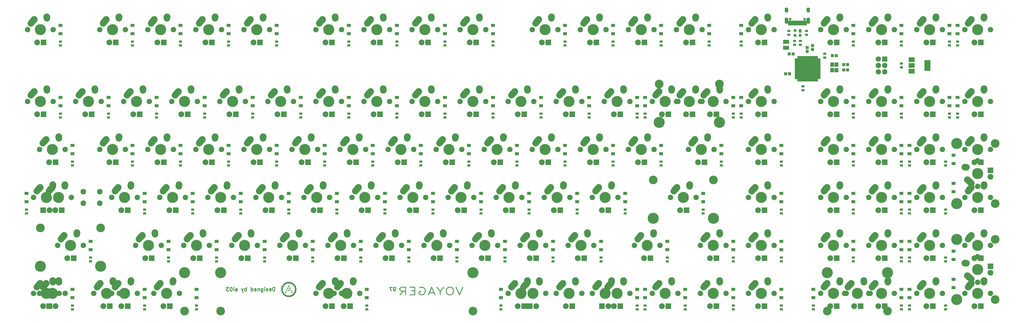
<source format=gbs>
G04 #@! TF.GenerationSoftware,KiCad,Pcbnew,(5.0.0)*
G04 #@! TF.CreationDate,2018-11-18T02:02:53-08:00*
G04 #@! TF.ProjectId,Voyager97,566F796167657239372E6B696361645F,rev?*
G04 #@! TF.SameCoordinates,Original*
G04 #@! TF.FileFunction,Soldermask,Bot*
G04 #@! TF.FilePolarity,Negative*
%FSLAX46Y46*%
G04 Gerber Fmt 4.6, Leading zero omitted, Abs format (unit mm)*
G04 Created by KiCad (PCBNEW (5.0.0)) date 11/18/18 02:02:53*
%MOMM*%
%LPD*%
G01*
G04 APERTURE LIST*
%ADD10C,0.300000*%
%ADD11C,0.010000*%
%ADD12C,2.150000*%
%ADD13R,2.305000X2.305000*%
%ADD14C,2.305000*%
%ADD15C,2.650000*%
%ADD16C,4.387800*%
%ADD17C,2.650000*%
%ADD18C,3.448000*%
%ADD19R,1.150000X1.200000*%
%ADD20R,1.200000X1.150000*%
%ADD21R,1.600000X1.300000*%
%ADD22R,2.430000X1.540000*%
%ADD23C,2.100000*%
%ADD24R,2.100000X2.100000*%
%ADD25R,2.400000X1.900000*%
%ADD26R,2.400000X4.200000*%
%ADD27R,1.300000X0.900000*%
%ADD28C,2.200000*%
%ADD29R,1.100000X1.000000*%
%ADD30R,1.100000X1.400000*%
%ADD31O,1.400000X2.000000*%
%ADD32O,1.400000X2.500000*%
%ADD33C,1.050000*%
%ADD34R,0.700000X1.850000*%
%ADD35R,1.000000X1.850000*%
%ADD36R,1.600000X1.800000*%
%ADD37R,2.237500X2.237500*%
%ADD38R,1.250000X0.700000*%
%ADD39R,0.700000X1.250000*%
G04 APERTURE END LIST*
D10*
X181975000Y-137203571D02*
X181689285Y-137203571D01*
X181546428Y-137132142D01*
X181475000Y-137060714D01*
X181332142Y-136846428D01*
X181260714Y-136560714D01*
X181260714Y-135989285D01*
X181332142Y-135846428D01*
X181403571Y-135775000D01*
X181546428Y-135703571D01*
X181832142Y-135703571D01*
X181975000Y-135775000D01*
X182046428Y-135846428D01*
X182117857Y-135989285D01*
X182117857Y-136346428D01*
X182046428Y-136489285D01*
X181975000Y-136560714D01*
X181832142Y-136632142D01*
X181546428Y-136632142D01*
X181403571Y-136560714D01*
X181332142Y-136489285D01*
X181260714Y-136346428D01*
X180760714Y-135703571D02*
X179760714Y-135703571D01*
X180403571Y-137203571D01*
X208722916Y-135675892D02*
X207389583Y-138675892D01*
X206056250Y-135675892D01*
X203961011Y-135675892D02*
X203199107Y-135675892D01*
X202818154Y-135818750D01*
X202437202Y-136104464D01*
X202246726Y-136675892D01*
X202246726Y-137675892D01*
X202437202Y-138247321D01*
X202818154Y-138533035D01*
X203199107Y-138675892D01*
X203961011Y-138675892D01*
X204341964Y-138533035D01*
X204722916Y-138247321D01*
X204913392Y-137675892D01*
X204913392Y-136675892D01*
X204722916Y-136104464D01*
X204341964Y-135818750D01*
X203961011Y-135675892D01*
X199770535Y-137247321D02*
X199770535Y-138675892D01*
X201103869Y-135675892D02*
X199770535Y-137247321D01*
X198437202Y-135675892D01*
X197294345Y-137818750D02*
X195389583Y-137818750D01*
X197675297Y-138675892D02*
X196341964Y-135675892D01*
X195008630Y-138675892D01*
X191580059Y-135818750D02*
X191961011Y-135675892D01*
X192532440Y-135675892D01*
X193103869Y-135818750D01*
X193484821Y-136104464D01*
X193675297Y-136390178D01*
X193865773Y-136961607D01*
X193865773Y-137390178D01*
X193675297Y-137961607D01*
X193484821Y-138247321D01*
X193103869Y-138533035D01*
X192532440Y-138675892D01*
X192151488Y-138675892D01*
X191580059Y-138533035D01*
X191389583Y-138390178D01*
X191389583Y-137390178D01*
X192151488Y-137390178D01*
X189675297Y-137104464D02*
X188341964Y-137104464D01*
X187770535Y-138675892D02*
X189675297Y-138675892D01*
X189675297Y-135675892D01*
X187770535Y-135675892D01*
X183770535Y-138675892D02*
X185103869Y-137247321D01*
X186056250Y-138675892D02*
X186056250Y-135675892D01*
X184532440Y-135675892D01*
X184151488Y-135818750D01*
X183961011Y-135961607D01*
X183770535Y-136247321D01*
X183770535Y-136675892D01*
X183961011Y-136961607D01*
X184151488Y-137104464D01*
X184532440Y-137247321D01*
X186056250Y-137247321D01*
X134154464Y-137203571D02*
X134154464Y-135703571D01*
X133797321Y-135703571D01*
X133583035Y-135775000D01*
X133440178Y-135917857D01*
X133368750Y-136060714D01*
X133297321Y-136346428D01*
X133297321Y-136560714D01*
X133368750Y-136846428D01*
X133440178Y-136989285D01*
X133583035Y-137132142D01*
X133797321Y-137203571D01*
X134154464Y-137203571D01*
X132083035Y-137132142D02*
X132225892Y-137203571D01*
X132511607Y-137203571D01*
X132654464Y-137132142D01*
X132725892Y-136989285D01*
X132725892Y-136417857D01*
X132654464Y-136275000D01*
X132511607Y-136203571D01*
X132225892Y-136203571D01*
X132083035Y-136275000D01*
X132011607Y-136417857D01*
X132011607Y-136560714D01*
X132725892Y-136703571D01*
X131440178Y-137132142D02*
X131297321Y-137203571D01*
X131011607Y-137203571D01*
X130868750Y-137132142D01*
X130797321Y-136989285D01*
X130797321Y-136917857D01*
X130868750Y-136775000D01*
X131011607Y-136703571D01*
X131225892Y-136703571D01*
X131368750Y-136632142D01*
X131440178Y-136489285D01*
X131440178Y-136417857D01*
X131368750Y-136275000D01*
X131225892Y-136203571D01*
X131011607Y-136203571D01*
X130868750Y-136275000D01*
X130154464Y-137203571D02*
X130154464Y-136203571D01*
X130154464Y-135703571D02*
X130225892Y-135775000D01*
X130154464Y-135846428D01*
X130083035Y-135775000D01*
X130154464Y-135703571D01*
X130154464Y-135846428D01*
X128797321Y-136203571D02*
X128797321Y-137417857D01*
X128868750Y-137560714D01*
X128940178Y-137632142D01*
X129083035Y-137703571D01*
X129297321Y-137703571D01*
X129440178Y-137632142D01*
X128797321Y-137132142D02*
X128940178Y-137203571D01*
X129225892Y-137203571D01*
X129368750Y-137132142D01*
X129440178Y-137060714D01*
X129511607Y-136917857D01*
X129511607Y-136489285D01*
X129440178Y-136346428D01*
X129368750Y-136275000D01*
X129225892Y-136203571D01*
X128940178Y-136203571D01*
X128797321Y-136275000D01*
X128083035Y-136203571D02*
X128083035Y-137203571D01*
X128083035Y-136346428D02*
X128011607Y-136275000D01*
X127868750Y-136203571D01*
X127654464Y-136203571D01*
X127511607Y-136275000D01*
X127440178Y-136417857D01*
X127440178Y-137203571D01*
X126154464Y-137132142D02*
X126297321Y-137203571D01*
X126583035Y-137203571D01*
X126725892Y-137132142D01*
X126797321Y-136989285D01*
X126797321Y-136417857D01*
X126725892Y-136275000D01*
X126583035Y-136203571D01*
X126297321Y-136203571D01*
X126154464Y-136275000D01*
X126083035Y-136417857D01*
X126083035Y-136560714D01*
X126797321Y-136703571D01*
X124797321Y-137203571D02*
X124797321Y-135703571D01*
X124797321Y-137132142D02*
X124940178Y-137203571D01*
X125225892Y-137203571D01*
X125368750Y-137132142D01*
X125440178Y-137060714D01*
X125511607Y-136917857D01*
X125511607Y-136489285D01*
X125440178Y-136346428D01*
X125368750Y-136275000D01*
X125225892Y-136203571D01*
X124940178Y-136203571D01*
X124797321Y-136275000D01*
X122940178Y-137203571D02*
X122940178Y-135703571D01*
X122940178Y-136275000D02*
X122797321Y-136203571D01*
X122511607Y-136203571D01*
X122368750Y-136275000D01*
X122297321Y-136346428D01*
X122225892Y-136489285D01*
X122225892Y-136917857D01*
X122297321Y-137060714D01*
X122368750Y-137132142D01*
X122511607Y-137203571D01*
X122797321Y-137203571D01*
X122940178Y-137132142D01*
X121725892Y-136203571D02*
X121368750Y-137203571D01*
X121011607Y-136203571D02*
X121368750Y-137203571D01*
X121511607Y-137560714D01*
X121583035Y-137632142D01*
X121725892Y-137703571D01*
X118654464Y-137203571D02*
X118654464Y-136417857D01*
X118725892Y-136275000D01*
X118868750Y-136203571D01*
X119154464Y-136203571D01*
X119297321Y-136275000D01*
X118654464Y-137132142D02*
X118797321Y-137203571D01*
X119154464Y-137203571D01*
X119297321Y-137132142D01*
X119368750Y-136989285D01*
X119368750Y-136846428D01*
X119297321Y-136703571D01*
X119154464Y-136632142D01*
X118797321Y-136632142D01*
X118654464Y-136560714D01*
X117940178Y-137203571D02*
X117940178Y-136203571D01*
X117940178Y-135703571D02*
X118011607Y-135775000D01*
X117940178Y-135846428D01*
X117868750Y-135775000D01*
X117940178Y-135703571D01*
X117940178Y-135846428D01*
X116940178Y-135703571D02*
X116797321Y-135703571D01*
X116654464Y-135775000D01*
X116583035Y-135846428D01*
X116511607Y-135989285D01*
X116440178Y-136275000D01*
X116440178Y-136632142D01*
X116511607Y-136917857D01*
X116583035Y-137060714D01*
X116654464Y-137132142D01*
X116797321Y-137203571D01*
X116940178Y-137203571D01*
X117083035Y-137132142D01*
X117154464Y-137060714D01*
X117225892Y-136917857D01*
X117297321Y-136632142D01*
X117297321Y-136275000D01*
X117225892Y-135989285D01*
X117154464Y-135846428D01*
X117083035Y-135775000D01*
X116940178Y-135703571D01*
X115940178Y-135703571D02*
X115011607Y-135703571D01*
X115511607Y-136275000D01*
X115297321Y-136275000D01*
X115154464Y-136346428D01*
X115083035Y-136417857D01*
X115011607Y-136560714D01*
X115011607Y-136917857D01*
X115083035Y-137060714D01*
X115154464Y-137132142D01*
X115297321Y-137203571D01*
X115725892Y-137203571D01*
X115868750Y-137132142D01*
X115940178Y-137060714D01*
D11*
G04 #@! TO.C,G\002A\002A\002A*
G36*
X139509500Y-135445500D02*
X139914312Y-135445500D01*
X139914312Y-135040688D01*
X139509500Y-135040688D01*
X139509500Y-135445500D01*
X139509500Y-135445500D01*
G37*
X139509500Y-135445500D02*
X139914312Y-135445500D01*
X139914312Y-135040688D01*
X139509500Y-135040688D01*
X139509500Y-135445500D01*
G36*
X139104687Y-136231313D02*
X139509500Y-136231313D01*
X139509500Y-135850313D01*
X139104687Y-135850313D01*
X139104687Y-136231313D01*
X139104687Y-136231313D01*
G37*
X139104687Y-136231313D02*
X139509500Y-136231313D01*
X139509500Y-135850313D01*
X139104687Y-135850313D01*
X139104687Y-136231313D01*
G36*
X139914312Y-136231313D02*
X140295312Y-136231313D01*
X140295312Y-135850313D01*
X139914312Y-135850313D01*
X139914312Y-136231313D01*
X139914312Y-136231313D01*
G37*
X139914312Y-136231313D02*
X140295312Y-136231313D01*
X140295312Y-135850313D01*
X139914312Y-135850313D01*
X139914312Y-136231313D01*
G36*
X138723687Y-137040938D02*
X139104687Y-137040938D01*
X139104687Y-136636125D01*
X138723687Y-136636125D01*
X138723687Y-137040938D01*
X138723687Y-137040938D01*
G37*
X138723687Y-137040938D02*
X139104687Y-137040938D01*
X139104687Y-136636125D01*
X138723687Y-136636125D01*
X138723687Y-137040938D01*
G36*
X139509500Y-137040938D02*
X139914312Y-137040938D01*
X139914312Y-136636125D01*
X139509500Y-136636125D01*
X139509500Y-137040938D01*
X139509500Y-137040938D01*
G37*
X139509500Y-137040938D02*
X139914312Y-137040938D01*
X139914312Y-136636125D01*
X139509500Y-136636125D01*
X139509500Y-137040938D01*
G36*
X140295312Y-137040938D02*
X140700125Y-137040938D01*
X140700125Y-136636125D01*
X140295312Y-136636125D01*
X140295312Y-137040938D01*
X140295312Y-137040938D01*
G37*
X140295312Y-137040938D02*
X140700125Y-137040938D01*
X140700125Y-136636125D01*
X140295312Y-136636125D01*
X140295312Y-137040938D01*
G36*
X138318875Y-137826750D02*
X138723687Y-137826750D01*
X138723687Y-137421938D01*
X138318875Y-137421938D01*
X138318875Y-137826750D01*
X138318875Y-137826750D01*
G37*
X138318875Y-137826750D02*
X138723687Y-137826750D01*
X138723687Y-137421938D01*
X138318875Y-137421938D01*
X138318875Y-137826750D01*
G36*
X140700125Y-137826750D02*
X141104937Y-137826750D01*
X141104937Y-137421938D01*
X140700125Y-137421938D01*
X140700125Y-137826750D01*
X140700125Y-137826750D01*
G37*
X140700125Y-137826750D02*
X141104937Y-137826750D01*
X141104937Y-137421938D01*
X140700125Y-137421938D01*
X140700125Y-137826750D01*
G36*
X139696031Y-133553045D02*
X139571913Y-133554415D01*
X139460201Y-133558572D01*
X139357608Y-133565919D01*
X139260844Y-133576860D01*
X139166622Y-133591798D01*
X139071653Y-133611137D01*
X138972649Y-133635281D01*
X138927370Y-133647418D01*
X138718823Y-133712656D01*
X138516735Y-133791992D01*
X138321872Y-133885028D01*
X138135001Y-133991368D01*
X137956886Y-134110616D01*
X137804740Y-134228617D01*
X137647072Y-134369342D01*
X137499735Y-134520787D01*
X137363414Y-134681885D01*
X137238792Y-134851567D01*
X137126553Y-135028766D01*
X137027380Y-135212416D01*
X136941958Y-135401447D01*
X136870970Y-135594793D01*
X136822216Y-135762803D01*
X136789145Y-135902789D01*
X136763785Y-136034725D01*
X136745393Y-136163997D01*
X136733225Y-136295993D01*
X136726539Y-136436100D01*
X136725886Y-136461500D01*
X136728605Y-136679797D01*
X136746800Y-136894580D01*
X136780465Y-137105821D01*
X136829594Y-137313489D01*
X136894181Y-137517555D01*
X136958378Y-137681487D01*
X136986461Y-137746752D01*
X137010523Y-137800910D01*
X137032392Y-137847613D01*
X137053893Y-137890513D01*
X137076854Y-137933263D01*
X137103100Y-137979515D01*
X137132225Y-138029156D01*
X137251444Y-138215427D01*
X137381548Y-138390153D01*
X137522671Y-138553465D01*
X137674945Y-138705496D01*
X137838503Y-138846380D01*
X138013476Y-138976248D01*
X138195844Y-139092775D01*
X138248673Y-139123744D01*
X138294586Y-139149721D01*
X138337235Y-139172531D01*
X138380272Y-139194001D01*
X138427349Y-139215957D01*
X138482119Y-139240225D01*
X138543513Y-139266622D01*
X138639746Y-139306169D01*
X138728464Y-139339208D01*
X138815578Y-139367695D01*
X138907002Y-139393589D01*
X138989594Y-139414322D01*
X139154110Y-139449876D01*
X139311205Y-139475553D01*
X139465433Y-139491893D01*
X139621351Y-139499436D01*
X139711906Y-139500013D01*
X139763125Y-139499498D01*
X139811246Y-139498793D01*
X139853126Y-139497960D01*
X139885622Y-139497063D01*
X139905590Y-139496165D01*
X139906375Y-139496109D01*
X140122549Y-139472157D01*
X140335306Y-139433170D01*
X140543787Y-139379467D01*
X140747132Y-139311363D01*
X140944484Y-139229176D01*
X141134982Y-139133225D01*
X141317768Y-139023826D01*
X141468724Y-138918796D01*
X141641651Y-138780449D01*
X141802335Y-138632088D01*
X141950549Y-138474039D01*
X142086071Y-138306632D01*
X142208676Y-138130194D01*
X142318139Y-137945052D01*
X142414237Y-137751535D01*
X142496744Y-137549971D01*
X142565437Y-137340688D01*
X142577582Y-137297630D01*
X142603948Y-137195835D01*
X142625333Y-137099511D01*
X142642141Y-137005367D01*
X142654775Y-136910117D01*
X142663640Y-136810470D01*
X142669138Y-136703140D01*
X142671674Y-136584836D01*
X142671955Y-136528969D01*
X142671280Y-136473608D01*
X142139206Y-136473608D01*
X142139103Y-136553746D01*
X142137437Y-136633410D01*
X142134241Y-136708537D01*
X142129544Y-136775060D01*
X142125824Y-136810750D01*
X142093950Y-137008048D01*
X142047299Y-137199663D01*
X141986049Y-137385222D01*
X141910381Y-137564349D01*
X141820473Y-137736669D01*
X141716506Y-137901809D01*
X141598659Y-138059393D01*
X141467112Y-138209047D01*
X141444776Y-138232260D01*
X141310542Y-138359334D01*
X141164840Y-138477270D01*
X141010369Y-138584090D01*
X140849831Y-138677816D01*
X140804042Y-138701504D01*
X140729634Y-138738153D01*
X140664393Y-138768372D01*
X140603896Y-138793940D01*
X140543722Y-138816634D01*
X140479449Y-138838233D01*
X140414375Y-138858227D01*
X140225162Y-138907640D01*
X140039411Y-138942091D01*
X139855673Y-138961714D01*
X139672497Y-138966642D01*
X139488436Y-138957011D01*
X139421894Y-138950031D01*
X139234562Y-138921087D01*
X139054981Y-138879278D01*
X138880643Y-138823854D01*
X138709041Y-138754064D01*
X138612084Y-138707866D01*
X138441452Y-138614447D01*
X138282036Y-138510712D01*
X138133078Y-138395974D01*
X137993821Y-138269550D01*
X137863506Y-138130754D01*
X137741376Y-137978903D01*
X137633108Y-137823259D01*
X137607982Y-137782068D01*
X137578659Y-137729940D01*
X137546959Y-137670496D01*
X137514701Y-137607356D01*
X137483707Y-137544140D01*
X137455794Y-137484467D01*
X137432785Y-137431957D01*
X137419347Y-137398125D01*
X137356480Y-137206584D01*
X137309084Y-137013845D01*
X137277200Y-136820450D01*
X137260870Y-136626940D01*
X137260132Y-136433857D01*
X137275028Y-136241742D01*
X137305598Y-136051136D01*
X137315401Y-136005094D01*
X137349050Y-135868801D01*
X137387358Y-135742618D01*
X137432296Y-135621007D01*
X137485837Y-135498432D01*
X137523496Y-135420958D01*
X137617201Y-135252110D01*
X137724026Y-135091673D01*
X137843202Y-134940368D01*
X137973963Y-134798914D01*
X138115540Y-134668031D01*
X138267166Y-134548440D01*
X138428073Y-134440860D01*
X138597493Y-134346011D01*
X138741675Y-134278480D01*
X138913303Y-134212085D01*
X139085857Y-134160087D01*
X139261344Y-134122078D01*
X139441774Y-134097651D01*
X139629155Y-134086397D01*
X139692062Y-134085507D01*
X139890157Y-134091877D01*
X140081785Y-134112522D01*
X140267719Y-134147673D01*
X140448735Y-134197567D01*
X140625606Y-134262435D01*
X140799106Y-134342513D01*
X140970009Y-134438035D01*
X141070706Y-134502244D01*
X141210139Y-134603772D01*
X141344337Y-134718278D01*
X141471659Y-134843839D01*
X141590465Y-134978531D01*
X141699114Y-135120431D01*
X141795965Y-135267615D01*
X141879378Y-135418161D01*
X141914174Y-135491080D01*
X141975577Y-135635939D01*
X142025808Y-135775178D01*
X142066065Y-135913126D01*
X142097544Y-136054114D01*
X142121444Y-136202471D01*
X142129845Y-136271000D01*
X142134608Y-136328170D01*
X142137718Y-136397061D01*
X142139206Y-136473608D01*
X142671280Y-136473608D01*
X142670210Y-136385973D01*
X142664336Y-136255106D01*
X142653762Y-136133025D01*
X142637915Y-136016385D01*
X142616223Y-135901844D01*
X142588113Y-135786059D01*
X142553014Y-135665687D01*
X142510353Y-135537384D01*
X142494659Y-135493125D01*
X142416274Y-135298406D01*
X142323434Y-135110072D01*
X142216328Y-134928385D01*
X142095148Y-134753608D01*
X141960083Y-134586003D01*
X141811326Y-134425833D01*
X141649067Y-134273360D01*
X141542229Y-134183179D01*
X141456400Y-134117686D01*
X141358861Y-134050360D01*
X141253252Y-133983412D01*
X141143214Y-133919055D01*
X141032387Y-133859500D01*
X140924411Y-133806958D01*
X140918406Y-133804215D01*
X140848446Y-133774342D01*
X140767265Y-133742956D01*
X140679233Y-133711536D01*
X140588721Y-133681562D01*
X140500099Y-133654511D01*
X140417736Y-133631864D01*
X140385850Y-133623971D01*
X140292625Y-133603203D01*
X140203651Y-133586543D01*
X140115647Y-133573652D01*
X140025331Y-133564195D01*
X139929422Y-133557832D01*
X139824640Y-133554228D01*
X139707705Y-133553044D01*
X139696031Y-133553045D01*
X139696031Y-133553045D01*
G37*
X139696031Y-133553045D02*
X139571913Y-133554415D01*
X139460201Y-133558572D01*
X139357608Y-133565919D01*
X139260844Y-133576860D01*
X139166622Y-133591798D01*
X139071653Y-133611137D01*
X138972649Y-133635281D01*
X138927370Y-133647418D01*
X138718823Y-133712656D01*
X138516735Y-133791992D01*
X138321872Y-133885028D01*
X138135001Y-133991368D01*
X137956886Y-134110616D01*
X137804740Y-134228617D01*
X137647072Y-134369342D01*
X137499735Y-134520787D01*
X137363414Y-134681885D01*
X137238792Y-134851567D01*
X137126553Y-135028766D01*
X137027380Y-135212416D01*
X136941958Y-135401447D01*
X136870970Y-135594793D01*
X136822216Y-135762803D01*
X136789145Y-135902789D01*
X136763785Y-136034725D01*
X136745393Y-136163997D01*
X136733225Y-136295993D01*
X136726539Y-136436100D01*
X136725886Y-136461500D01*
X136728605Y-136679797D01*
X136746800Y-136894580D01*
X136780465Y-137105821D01*
X136829594Y-137313489D01*
X136894181Y-137517555D01*
X136958378Y-137681487D01*
X136986461Y-137746752D01*
X137010523Y-137800910D01*
X137032392Y-137847613D01*
X137053893Y-137890513D01*
X137076854Y-137933263D01*
X137103100Y-137979515D01*
X137132225Y-138029156D01*
X137251444Y-138215427D01*
X137381548Y-138390153D01*
X137522671Y-138553465D01*
X137674945Y-138705496D01*
X137838503Y-138846380D01*
X138013476Y-138976248D01*
X138195844Y-139092775D01*
X138248673Y-139123744D01*
X138294586Y-139149721D01*
X138337235Y-139172531D01*
X138380272Y-139194001D01*
X138427349Y-139215957D01*
X138482119Y-139240225D01*
X138543513Y-139266622D01*
X138639746Y-139306169D01*
X138728464Y-139339208D01*
X138815578Y-139367695D01*
X138907002Y-139393589D01*
X138989594Y-139414322D01*
X139154110Y-139449876D01*
X139311205Y-139475553D01*
X139465433Y-139491893D01*
X139621351Y-139499436D01*
X139711906Y-139500013D01*
X139763125Y-139499498D01*
X139811246Y-139498793D01*
X139853126Y-139497960D01*
X139885622Y-139497063D01*
X139905590Y-139496165D01*
X139906375Y-139496109D01*
X140122549Y-139472157D01*
X140335306Y-139433170D01*
X140543787Y-139379467D01*
X140747132Y-139311363D01*
X140944484Y-139229176D01*
X141134982Y-139133225D01*
X141317768Y-139023826D01*
X141468724Y-138918796D01*
X141641651Y-138780449D01*
X141802335Y-138632088D01*
X141950549Y-138474039D01*
X142086071Y-138306632D01*
X142208676Y-138130194D01*
X142318139Y-137945052D01*
X142414237Y-137751535D01*
X142496744Y-137549971D01*
X142565437Y-137340688D01*
X142577582Y-137297630D01*
X142603948Y-137195835D01*
X142625333Y-137099511D01*
X142642141Y-137005367D01*
X142654775Y-136910117D01*
X142663640Y-136810470D01*
X142669138Y-136703140D01*
X142671674Y-136584836D01*
X142671955Y-136528969D01*
X142671280Y-136473608D01*
X142139206Y-136473608D01*
X142139103Y-136553746D01*
X142137437Y-136633410D01*
X142134241Y-136708537D01*
X142129544Y-136775060D01*
X142125824Y-136810750D01*
X142093950Y-137008048D01*
X142047299Y-137199663D01*
X141986049Y-137385222D01*
X141910381Y-137564349D01*
X141820473Y-137736669D01*
X141716506Y-137901809D01*
X141598659Y-138059393D01*
X141467112Y-138209047D01*
X141444776Y-138232260D01*
X141310542Y-138359334D01*
X141164840Y-138477270D01*
X141010369Y-138584090D01*
X140849831Y-138677816D01*
X140804042Y-138701504D01*
X140729634Y-138738153D01*
X140664393Y-138768372D01*
X140603896Y-138793940D01*
X140543722Y-138816634D01*
X140479449Y-138838233D01*
X140414375Y-138858227D01*
X140225162Y-138907640D01*
X140039411Y-138942091D01*
X139855673Y-138961714D01*
X139672497Y-138966642D01*
X139488436Y-138957011D01*
X139421894Y-138950031D01*
X139234562Y-138921087D01*
X139054981Y-138879278D01*
X138880643Y-138823854D01*
X138709041Y-138754064D01*
X138612084Y-138707866D01*
X138441452Y-138614447D01*
X138282036Y-138510712D01*
X138133078Y-138395974D01*
X137993821Y-138269550D01*
X137863506Y-138130754D01*
X137741376Y-137978903D01*
X137633108Y-137823259D01*
X137607982Y-137782068D01*
X137578659Y-137729940D01*
X137546959Y-137670496D01*
X137514701Y-137607356D01*
X137483707Y-137544140D01*
X137455794Y-137484467D01*
X137432785Y-137431957D01*
X137419347Y-137398125D01*
X137356480Y-137206584D01*
X137309084Y-137013845D01*
X137277200Y-136820450D01*
X137260870Y-136626940D01*
X137260132Y-136433857D01*
X137275028Y-136241742D01*
X137305598Y-136051136D01*
X137315401Y-136005094D01*
X137349050Y-135868801D01*
X137387358Y-135742618D01*
X137432296Y-135621007D01*
X137485837Y-135498432D01*
X137523496Y-135420958D01*
X137617201Y-135252110D01*
X137724026Y-135091673D01*
X137843202Y-134940368D01*
X137973963Y-134798914D01*
X138115540Y-134668031D01*
X138267166Y-134548440D01*
X138428073Y-134440860D01*
X138597493Y-134346011D01*
X138741675Y-134278480D01*
X138913303Y-134212085D01*
X139085857Y-134160087D01*
X139261344Y-134122078D01*
X139441774Y-134097651D01*
X139629155Y-134086397D01*
X139692062Y-134085507D01*
X139890157Y-134091877D01*
X140081785Y-134112522D01*
X140267719Y-134147673D01*
X140448735Y-134197567D01*
X140625606Y-134262435D01*
X140799106Y-134342513D01*
X140970009Y-134438035D01*
X141070706Y-134502244D01*
X141210139Y-134603772D01*
X141344337Y-134718278D01*
X141471659Y-134843839D01*
X141590465Y-134978531D01*
X141699114Y-135120431D01*
X141795965Y-135267615D01*
X141879378Y-135418161D01*
X141914174Y-135491080D01*
X141975577Y-135635939D01*
X142025808Y-135775178D01*
X142066065Y-135913126D01*
X142097544Y-136054114D01*
X142121444Y-136202471D01*
X142129845Y-136271000D01*
X142134608Y-136328170D01*
X142137718Y-136397061D01*
X142139206Y-136473608D01*
X142671280Y-136473608D01*
X142670210Y-136385973D01*
X142664336Y-136255106D01*
X142653762Y-136133025D01*
X142637915Y-136016385D01*
X142616223Y-135901844D01*
X142588113Y-135786059D01*
X142553014Y-135665687D01*
X142510353Y-135537384D01*
X142494659Y-135493125D01*
X142416274Y-135298406D01*
X142323434Y-135110072D01*
X142216328Y-134928385D01*
X142095148Y-134753608D01*
X141960083Y-134586003D01*
X141811326Y-134425833D01*
X141649067Y-134273360D01*
X141542229Y-134183179D01*
X141456400Y-134117686D01*
X141358861Y-134050360D01*
X141253252Y-133983412D01*
X141143214Y-133919055D01*
X141032387Y-133859500D01*
X140924411Y-133806958D01*
X140918406Y-133804215D01*
X140848446Y-133774342D01*
X140767265Y-133742956D01*
X140679233Y-133711536D01*
X140588721Y-133681562D01*
X140500099Y-133654511D01*
X140417736Y-133631864D01*
X140385850Y-133623971D01*
X140292625Y-133603203D01*
X140203651Y-133586543D01*
X140115647Y-133573652D01*
X140025331Y-133564195D01*
X139929422Y-133557832D01*
X139824640Y-133554228D01*
X139707705Y-133553044D01*
X139696031Y-133553045D01*
G04 #@! TD*
D12*
G04 #@! TO.C,MX_E1*
X113030000Y-80962500D03*
X102870000Y-80962500D03*
D13*
X109220000Y-86042500D03*
D14*
X106680000Y-86042500D03*
D15*
X105450000Y-76962500D03*
D16*
X107950000Y-80962500D03*
D15*
X104795001Y-77692500D03*
D17*
X104140000Y-78422500D02*
X105450002Y-76962500D01*
D15*
X110490000Y-75882500D03*
X110470000Y-76172500D03*
D17*
X110450000Y-76462500D02*
X110490000Y-75882500D01*
G04 #@! TD*
D15*
G04 #@! TO.C,BS2*
X310495000Y-57122500D03*
D17*
X310475000Y-57412500D02*
X310515000Y-56832500D01*
D15*
X310515000Y-56832500D03*
X304820001Y-58642500D03*
D17*
X304165000Y-59372500D02*
X305475002Y-57912500D01*
D16*
X307975000Y-61912500D03*
D15*
X305475000Y-57912500D03*
D14*
X306705000Y-66992500D03*
D13*
X309245000Y-66992500D03*
D12*
X302895000Y-61912500D03*
X313055000Y-61912500D03*
G04 #@! TD*
D15*
G04 #@! TO.C,BS1-1*
X300970000Y-57122500D03*
D17*
X300950000Y-57412500D02*
X300990000Y-56832500D01*
D15*
X300990000Y-56832500D03*
X295295001Y-58642500D03*
D17*
X294640000Y-59372500D02*
X295950002Y-57912500D01*
D16*
X298450000Y-61912500D03*
D15*
X295950000Y-57912500D03*
D14*
X297180000Y-66992500D03*
D13*
X299720000Y-66992500D03*
D12*
X293370000Y-61912500D03*
X303530000Y-61912500D03*
D18*
X286512000Y-54927500D03*
X310388000Y-54927500D03*
D16*
X286512000Y-70167500D03*
X310388000Y-70167500D03*
G04 #@! TD*
D12*
G04 #@! TO.C,BS1-2*
X294005000Y-61912500D03*
X283845000Y-61912500D03*
D13*
X290195000Y-66992500D03*
D14*
X287655000Y-66992500D03*
D15*
X286425000Y-57912500D03*
D16*
X288925000Y-61912500D03*
D15*
X285770001Y-58642500D03*
D17*
X285115000Y-59372500D02*
X286425002Y-57912500D01*
D15*
X291465000Y-56832500D03*
X291445000Y-57122500D03*
D17*
X291425000Y-57412500D02*
X291465000Y-56832500D01*
G04 #@! TD*
D19*
G04 #@! TO.C,C2*
X345186000Y-42025000D03*
X345186000Y-40525000D03*
G04 #@! TD*
D20*
G04 #@! TO.C,C3*
X361176000Y-49403000D03*
X359676000Y-49403000D03*
G04 #@! TD*
G04 #@! TO.C,C4*
X359676000Y-47244000D03*
X361176000Y-47244000D03*
G04 #@! TD*
G04 #@! TO.C,C5*
X338086000Y-43053000D03*
X339586000Y-43053000D03*
G04 #@! TD*
G04 #@! TO.C,C6*
X336689000Y-50927000D03*
X338189000Y-50927000D03*
G04 #@! TD*
D19*
G04 #@! TO.C,C7*
X347345000Y-41263000D03*
X347345000Y-39763000D03*
G04 #@! TD*
D20*
G04 #@! TO.C,C8*
X355231000Y-43688000D03*
X356731000Y-43688000D03*
G04 #@! TD*
D12*
G04 #@! TO.C,CL1-1*
X53498750Y-100012500D03*
X43338750Y-100012500D03*
D13*
X49688750Y-105092500D03*
D14*
X47148750Y-105092500D03*
D15*
X45918750Y-96012500D03*
D16*
X48418750Y-100012500D03*
D15*
X45263751Y-96742500D03*
D17*
X44608750Y-97472500D02*
X45918752Y-96012500D01*
D15*
X50958750Y-94932500D03*
X50938750Y-95222500D03*
D17*
X50918750Y-95512500D02*
X50958750Y-94932500D01*
G04 #@! TD*
D15*
G04 #@! TO.C,CL1-2*
X46176250Y-95222500D03*
D17*
X46156250Y-95512500D02*
X46196250Y-94932500D01*
D15*
X46196250Y-94932500D03*
X40501251Y-96742500D03*
D17*
X39846250Y-97472500D02*
X41156252Y-96012500D01*
D16*
X43656250Y-100012500D03*
D15*
X41156250Y-96012500D03*
D14*
X44926250Y-105092500D03*
D13*
X42386250Y-105092500D03*
D12*
X38576250Y-100012500D03*
X48736250Y-100012500D03*
G04 #@! TD*
D21*
G04 #@! TO.C,D1*
X49212500Y-31687500D03*
X49212500Y-34987500D03*
G04 #@! TD*
G04 #@! TO.C,D2*
X77787500Y-34987500D03*
X77787500Y-31687500D03*
G04 #@! TD*
G04 #@! TO.C,D3*
X96837500Y-31687500D03*
X96837500Y-34987500D03*
G04 #@! TD*
G04 #@! TO.C,D4*
X115887500Y-34987500D03*
X115887500Y-31687500D03*
G04 #@! TD*
G04 #@! TO.C,D5*
X134937500Y-34987500D03*
X134937500Y-31687500D03*
G04 #@! TD*
G04 #@! TO.C,D6*
X163512500Y-31687500D03*
X163512500Y-34987500D03*
G04 #@! TD*
G04 #@! TO.C,D7*
X182562500Y-31687500D03*
X182562500Y-34987500D03*
G04 #@! TD*
G04 #@! TO.C,D8*
X201612500Y-34987500D03*
X201612500Y-31687500D03*
G04 #@! TD*
G04 #@! TO.C,D9*
X220662500Y-34987500D03*
X220662500Y-31687500D03*
G04 #@! TD*
G04 #@! TO.C,D10*
X249237500Y-34987500D03*
X249237500Y-31687500D03*
G04 #@! TD*
G04 #@! TO.C,D11*
X268287500Y-31687500D03*
X268287500Y-34987500D03*
G04 #@! TD*
G04 #@! TO.C,D12*
X287337500Y-31687500D03*
X287337500Y-34987500D03*
G04 #@! TD*
G04 #@! TO.C,D13*
X306387500Y-34987500D03*
X306387500Y-31687500D03*
G04 #@! TD*
G04 #@! TO.C,D14*
X319087500Y-60262500D03*
X319087500Y-63562500D03*
G04 #@! TD*
G04 #@! TO.C,D15*
X319087500Y-31687500D03*
X319087500Y-34987500D03*
G04 #@! TD*
G04 #@! TO.C,D16*
X404812500Y-34987500D03*
X404812500Y-31687500D03*
G04 #@! TD*
G04 #@! TO.C,D17*
X49212500Y-63562500D03*
X49212500Y-60262500D03*
G04 #@! TD*
G04 #@! TO.C,D18*
X68262500Y-63562500D03*
X68262500Y-60262500D03*
G04 #@! TD*
G04 #@! TO.C,D19*
X87312500Y-63562500D03*
X87312500Y-60262500D03*
G04 #@! TD*
G04 #@! TO.C,D20*
X106362500Y-63562500D03*
X106362500Y-60262500D03*
G04 #@! TD*
G04 #@! TO.C,D21*
X125412500Y-63562500D03*
X125412500Y-60262500D03*
G04 #@! TD*
G04 #@! TO.C,D22*
X144462500Y-60262500D03*
X144462500Y-63562500D03*
G04 #@! TD*
G04 #@! TO.C,D23*
X163512500Y-60262500D03*
X163512500Y-63562500D03*
G04 #@! TD*
G04 #@! TO.C,D24*
X182562500Y-60262500D03*
X182562500Y-63562500D03*
G04 #@! TD*
G04 #@! TO.C,D25*
X201612500Y-60262500D03*
X201612500Y-63562500D03*
G04 #@! TD*
G04 #@! TO.C,D26*
X220662500Y-60262500D03*
X220662500Y-63562500D03*
G04 #@! TD*
G04 #@! TO.C,D27*
X239712500Y-63562500D03*
X239712500Y-60262500D03*
G04 #@! TD*
G04 #@! TO.C,D28*
X258762500Y-63562500D03*
X258762500Y-60262500D03*
G04 #@! TD*
G04 #@! TO.C,D29*
X277812500Y-60262500D03*
X277812500Y-63562500D03*
G04 #@! TD*
G04 #@! TO.C,D30*
X280987500Y-63562500D03*
X280987500Y-60262500D03*
G04 #@! TD*
G04 #@! TO.C,D31*
X315912500Y-63562500D03*
X315912500Y-60262500D03*
G04 #@! TD*
G04 #@! TO.C,D32*
X334962500Y-82612500D03*
X334962500Y-79312500D03*
G04 #@! TD*
G04 #@! TO.C,D33*
X334962500Y-101662500D03*
X334962500Y-98362500D03*
G04 #@! TD*
G04 #@! TO.C,D35*
X53975000Y-82612500D03*
X53975000Y-79312500D03*
G04 #@! TD*
G04 #@! TO.C,D36*
X77787500Y-79312500D03*
X77787500Y-82612500D03*
G04 #@! TD*
G04 #@! TO.C,D37*
X96837500Y-82612500D03*
X96837500Y-79312500D03*
G04 #@! TD*
G04 #@! TO.C,D38*
X115887500Y-82612500D03*
X115887500Y-79312500D03*
G04 #@! TD*
G04 #@! TO.C,D39*
X134937500Y-79312500D03*
X134937500Y-82612500D03*
G04 #@! TD*
G04 #@! TO.C,D40*
X153987500Y-82612500D03*
X153987500Y-79312500D03*
G04 #@! TD*
G04 #@! TO.C,D41*
X173037500Y-82612500D03*
X173037500Y-79312500D03*
G04 #@! TD*
G04 #@! TO.C,D42*
X192087500Y-79312500D03*
X192087500Y-82612500D03*
G04 #@! TD*
G04 #@! TO.C,D43*
X211137500Y-82612500D03*
X211137500Y-79312500D03*
G04 #@! TD*
G04 #@! TO.C,D44*
X230187500Y-79312500D03*
X230187500Y-82612500D03*
G04 #@! TD*
G04 #@! TO.C,D45*
X249237500Y-82612500D03*
X249237500Y-79312500D03*
G04 #@! TD*
G04 #@! TO.C,D46*
X268287500Y-79312500D03*
X268287500Y-82612500D03*
G04 #@! TD*
G04 #@! TO.C,D47*
X287337500Y-79312500D03*
X287337500Y-82612500D03*
G04 #@! TD*
G04 #@! TO.C,D48*
X311150000Y-82612500D03*
X311150000Y-79312500D03*
G04 #@! TD*
G04 #@! TO.C,D52*
X35718750Y-98362500D03*
X35718750Y-101662500D03*
G04 #@! TD*
G04 #@! TO.C,D53*
X82550000Y-98362500D03*
X82550000Y-101662500D03*
G04 #@! TD*
G04 #@! TO.C,D54*
X101600000Y-101662500D03*
X101600000Y-98362500D03*
G04 #@! TD*
G04 #@! TO.C,D55*
X120650000Y-98362500D03*
X120650000Y-101662500D03*
G04 #@! TD*
G04 #@! TO.C,D56*
X139700000Y-98362500D03*
X139700000Y-101662500D03*
G04 #@! TD*
G04 #@! TO.C,D57*
X158750000Y-101662500D03*
X158750000Y-98362500D03*
G04 #@! TD*
G04 #@! TO.C,D58*
X177800000Y-98362500D03*
X177800000Y-101662500D03*
G04 #@! TD*
G04 #@! TO.C,D59*
X196850000Y-101662500D03*
X196850000Y-98362500D03*
G04 #@! TD*
G04 #@! TO.C,D60*
X215900000Y-101662500D03*
X215900000Y-98362500D03*
G04 #@! TD*
G04 #@! TO.C,D61*
X234950000Y-98362500D03*
X234950000Y-101662500D03*
G04 #@! TD*
G04 #@! TO.C,D62*
X254000000Y-98362500D03*
X254000000Y-101662500D03*
G04 #@! TD*
G04 #@! TO.C,D63*
X273050000Y-98362500D03*
X273050000Y-101662500D03*
G04 #@! TD*
G04 #@! TO.C,D65*
X304006250Y-98362500D03*
X304006250Y-101662500D03*
G04 #@! TD*
G04 #@! TO.C,D66*
X315912500Y-120712500D03*
X315912500Y-117412500D03*
G04 #@! TD*
G04 #@! TO.C,D67*
X61118750Y-120712500D03*
X61118750Y-117412500D03*
G04 #@! TD*
G04 #@! TO.C,D68*
X92075000Y-117412500D03*
X92075000Y-120712500D03*
G04 #@! TD*
G04 #@! TO.C,D69*
X111125000Y-120712500D03*
X111125000Y-117412500D03*
G04 #@! TD*
G04 #@! TO.C,D70*
X130175000Y-117412500D03*
X130175000Y-120712500D03*
G04 #@! TD*
G04 #@! TO.C,D71*
X149225000Y-120712500D03*
X149225000Y-117412500D03*
G04 #@! TD*
G04 #@! TO.C,D72*
X168275000Y-120712500D03*
X168275000Y-117412500D03*
G04 #@! TD*
G04 #@! TO.C,D73*
X187325000Y-117412500D03*
X187325000Y-120712500D03*
G04 #@! TD*
G04 #@! TO.C,D74*
X206375000Y-120712500D03*
X206375000Y-117412500D03*
G04 #@! TD*
G04 #@! TO.C,D75*
X225425000Y-117412500D03*
X225425000Y-120712500D03*
G04 #@! TD*
G04 #@! TO.C,D76*
X244475000Y-120712500D03*
X244475000Y-117412500D03*
G04 #@! TD*
G04 #@! TO.C,D77*
X263525000Y-117412500D03*
X263525000Y-120712500D03*
G04 #@! TD*
G04 #@! TO.C,D78*
X289718750Y-117412500D03*
X289718750Y-120712500D03*
G04 #@! TD*
G04 #@! TO.C,D80*
X334962500Y-117412500D03*
X334962500Y-120712500D03*
G04 #@! TD*
G04 #@! TO.C,D81*
X296862500Y-136462500D03*
X296862500Y-139762500D03*
G04 #@! TD*
G04 #@! TO.C,D82*
X315912500Y-136462500D03*
X315912500Y-139762500D03*
G04 #@! TD*
G04 #@! TO.C,D83*
X334962500Y-139762500D03*
X334962500Y-136462500D03*
G04 #@! TD*
G04 #@! TO.C,D84*
X53975000Y-139762500D03*
X53975000Y-136462500D03*
G04 #@! TD*
G04 #@! TO.C,D85*
X82550000Y-136462500D03*
X82550000Y-139762500D03*
G04 #@! TD*
G04 #@! TO.C,D86*
X103187500Y-139762500D03*
X103187500Y-136462500D03*
G04 #@! TD*
G04 #@! TO.C,D87*
X170656250Y-136462500D03*
X170656250Y-139762500D03*
G04 #@! TD*
G04 #@! TO.C,D89*
X223837500Y-139762500D03*
X223837500Y-136462500D03*
G04 #@! TD*
G04 #@! TO.C,D90*
X280987500Y-139762500D03*
X280987500Y-136462500D03*
G04 #@! TD*
G04 #@! TO.C,D91*
X277812500Y-136462500D03*
X277812500Y-139762500D03*
G04 #@! TD*
G04 #@! TO.C,D92*
X363537500Y-31687500D03*
X363537500Y-34987500D03*
G04 #@! TD*
G04 #@! TO.C,D93*
X382587500Y-31687500D03*
X382587500Y-34987500D03*
G04 #@! TD*
G04 #@! TO.C,D94*
X401637500Y-31687500D03*
X401637500Y-34987500D03*
G04 #@! TD*
G04 #@! TO.C,D95*
X363537500Y-60262500D03*
X363537500Y-63562500D03*
G04 #@! TD*
G04 #@! TO.C,D96*
X382587500Y-60262500D03*
X382587500Y-63562500D03*
G04 #@! TD*
G04 #@! TO.C,D97*
X401637500Y-60262500D03*
X401637500Y-63562500D03*
G04 #@! TD*
G04 #@! TO.C,D98*
X404812500Y-63562500D03*
X404812500Y-60262500D03*
G04 #@! TD*
G04 #@! TO.C,D99*
X363537500Y-82612500D03*
X363537500Y-79312500D03*
G04 #@! TD*
G04 #@! TO.C,D100*
X382587500Y-82612500D03*
X382587500Y-79312500D03*
G04 #@! TD*
G04 #@! TO.C,D101*
X385762500Y-82612500D03*
X385762500Y-79312500D03*
G04 #@! TD*
G04 #@! TO.C,D102*
X403225000Y-86581250D03*
X403225000Y-83281250D03*
G04 #@! TD*
G04 #@! TO.C,D103*
X363537500Y-101662500D03*
X363537500Y-98362500D03*
G04 #@! TD*
G04 #@! TO.C,D104*
X382587500Y-101662500D03*
X382587500Y-98362500D03*
G04 #@! TD*
G04 #@! TO.C,D105*
X385762500Y-98362500D03*
X385762500Y-101662500D03*
G04 #@! TD*
G04 #@! TO.C,D106*
X403225000Y-97693750D03*
X403225000Y-94393750D03*
G04 #@! TD*
G04 #@! TO.C,D107*
X363537500Y-117412500D03*
X363537500Y-120712500D03*
G04 #@! TD*
G04 #@! TO.C,D108*
X382587500Y-117412500D03*
X382587500Y-120712500D03*
G04 #@! TD*
G04 #@! TO.C,D109*
X385762500Y-117412500D03*
X385762500Y-120712500D03*
G04 #@! TD*
G04 #@! TO.C,D110*
X403225000Y-121381250D03*
X403225000Y-124681250D03*
G04 #@! TD*
G04 #@! TO.C,D111*
X347662500Y-136462500D03*
X347662500Y-139762500D03*
G04 #@! TD*
G04 #@! TO.C,D112*
X382587500Y-136462500D03*
X382587500Y-139762500D03*
G04 #@! TD*
G04 #@! TO.C,D113*
X385762500Y-139762500D03*
X385762500Y-136462500D03*
G04 #@! TD*
G04 #@! TO.C,D114*
X403225000Y-135793750D03*
X403225000Y-132493750D03*
G04 #@! TD*
D22*
G04 #@! TO.C,F1*
X336804000Y-38170000D03*
X336804000Y-40570000D03*
G04 #@! TD*
D23*
G04 #@! TO.C,J1*
X373380000Y-50165000D03*
X375920000Y-50165000D03*
X373380000Y-47625000D03*
X375920000Y-47625000D03*
X373380000Y-45085000D03*
D24*
X375920000Y-45085000D03*
G04 #@! TD*
D15*
G04 #@! TO.C,LM1-1*
X46176250Y-133322500D03*
D17*
X46156250Y-133612500D02*
X46196250Y-133032500D01*
D15*
X46196250Y-133032500D03*
X40501251Y-134842500D03*
D17*
X39846250Y-135572500D02*
X41156252Y-134112500D01*
D16*
X43656250Y-138112500D03*
D15*
X41156250Y-134112500D03*
D14*
X42386250Y-143192500D03*
D13*
X44926250Y-143192500D03*
D12*
X38576250Y-138112500D03*
X48736250Y-138112500D03*
G04 #@! TD*
G04 #@! TO.C,LM1-2*
X51117500Y-138112500D03*
X40957500Y-138112500D03*
D13*
X44767500Y-143192500D03*
D14*
X47307500Y-143192500D03*
D15*
X43537500Y-134112500D03*
D16*
X46037500Y-138112500D03*
D15*
X42882501Y-134842500D03*
D17*
X42227500Y-135572500D02*
X43537502Y-134112500D01*
D15*
X48577500Y-133032500D03*
X48557500Y-133322500D03*
D17*
X48537500Y-133612500D02*
X48577500Y-133032500D01*
G04 #@! TD*
D12*
G04 #@! TO.C,LM2-1*
X72548750Y-138112500D03*
X62388750Y-138112500D03*
D13*
X68738750Y-143192500D03*
D14*
X66198750Y-143192500D03*
D15*
X64968750Y-134112500D03*
D16*
X67468750Y-138112500D03*
D15*
X64313751Y-134842500D03*
D17*
X63658750Y-135572500D02*
X64968752Y-134112500D01*
D15*
X70008750Y-133032500D03*
X69988750Y-133322500D03*
D17*
X69968750Y-133612500D02*
X70008750Y-133032500D01*
G04 #@! TD*
D15*
G04 #@! TO.C,LM3-1*
X93801250Y-133322500D03*
D17*
X93781250Y-133612500D02*
X93821250Y-133032500D01*
D15*
X93821250Y-133032500D03*
X88126251Y-134842500D03*
D17*
X87471250Y-135572500D02*
X88781252Y-134112500D01*
D16*
X91281250Y-138112500D03*
D15*
X88781250Y-134112500D03*
D14*
X90011250Y-143192500D03*
D13*
X92551250Y-143192500D03*
D12*
X86201250Y-138112500D03*
X96361250Y-138112500D03*
G04 #@! TD*
D16*
G04 #@! TO.C,LS1-1*
X65119250Y-127317500D03*
X41243250Y-127317500D03*
D18*
X65119250Y-112077500D03*
X41243250Y-112077500D03*
D12*
X58261250Y-119062500D03*
X48101250Y-119062500D03*
D13*
X54451250Y-124142500D03*
D14*
X51911250Y-124142500D03*
D15*
X50681250Y-115062500D03*
D16*
X53181250Y-119062500D03*
D15*
X50026251Y-115792500D03*
D17*
X49371250Y-116522500D02*
X50681252Y-115062500D01*
D15*
X55721250Y-113982500D03*
X55701250Y-114272500D03*
D17*
X55681250Y-114562500D02*
X55721250Y-113982500D01*
G04 #@! TD*
D15*
G04 #@! TO.C,MX_\002C1*
X220007500Y-114272500D03*
D17*
X219987500Y-114562500D02*
X220027500Y-113982500D01*
D15*
X220027500Y-113982500D03*
X214332501Y-115792500D03*
D17*
X213677500Y-116522500D02*
X214987502Y-115062500D01*
D16*
X217487500Y-119062500D03*
D15*
X214987500Y-115062500D03*
D14*
X216217500Y-124142500D03*
D13*
X218757500Y-124142500D03*
D12*
X212407500Y-119062500D03*
X222567500Y-119062500D03*
G04 #@! TD*
G04 #@! TO.C,MX_.1*
X241617500Y-119062500D03*
X231457500Y-119062500D03*
D13*
X237807500Y-124142500D03*
D14*
X235267500Y-124142500D03*
D15*
X234037500Y-115062500D03*
D16*
X236537500Y-119062500D03*
D15*
X233382501Y-115792500D03*
D17*
X232727500Y-116522500D02*
X234037502Y-115062500D01*
D15*
X239077500Y-113982500D03*
X239057500Y-114272500D03*
D17*
X239037500Y-114562500D02*
X239077500Y-113982500D01*
G04 #@! TD*
D12*
G04 #@! TO.C,MX_#1*
X65405000Y-61912500D03*
X55245000Y-61912500D03*
D13*
X61595000Y-66992500D03*
D14*
X59055000Y-66992500D03*
D15*
X57825000Y-57912500D03*
D16*
X60325000Y-61912500D03*
D15*
X57170001Y-58642500D03*
D17*
X56515000Y-59372500D02*
X57825002Y-57912500D01*
D15*
X62865000Y-56832500D03*
X62845000Y-57122500D03*
D17*
X62825000Y-57412500D02*
X62865000Y-56832500D01*
G04 #@! TD*
D15*
G04 #@! TO.C,MX_#2*
X81895000Y-57122500D03*
D17*
X81875000Y-57412500D02*
X81915000Y-56832500D01*
D15*
X81915000Y-56832500D03*
X76220001Y-58642500D03*
D17*
X75565000Y-59372500D02*
X76875002Y-57912500D01*
D16*
X79375000Y-61912500D03*
D15*
X76875000Y-57912500D03*
D14*
X78105000Y-66992500D03*
D13*
X80645000Y-66992500D03*
D12*
X74295000Y-61912500D03*
X84455000Y-61912500D03*
G04 #@! TD*
D15*
G04 #@! TO.C,MX_#3*
X100945000Y-57122500D03*
D17*
X100925000Y-57412500D02*
X100965000Y-56832500D01*
D15*
X100965000Y-56832500D03*
X95270001Y-58642500D03*
D17*
X94615000Y-59372500D02*
X95925002Y-57912500D01*
D16*
X98425000Y-61912500D03*
D15*
X95925000Y-57912500D03*
D14*
X97155000Y-66992500D03*
D13*
X99695000Y-66992500D03*
D12*
X93345000Y-61912500D03*
X103505000Y-61912500D03*
G04 #@! TD*
G04 #@! TO.C,MX_#4*
X122555000Y-61912500D03*
X112395000Y-61912500D03*
D13*
X118745000Y-66992500D03*
D14*
X116205000Y-66992500D03*
D15*
X114975000Y-57912500D03*
D16*
X117475000Y-61912500D03*
D15*
X114320001Y-58642500D03*
D17*
X113665000Y-59372500D02*
X114975002Y-57912500D01*
D15*
X120015000Y-56832500D03*
X119995000Y-57122500D03*
D17*
X119975000Y-57412500D02*
X120015000Y-56832500D01*
G04 #@! TD*
D15*
G04 #@! TO.C,MX_#5*
X139045000Y-57122500D03*
D17*
X139025000Y-57412500D02*
X139065000Y-56832500D01*
D15*
X139065000Y-56832500D03*
X133370001Y-58642500D03*
D17*
X132715000Y-59372500D02*
X134025002Y-57912500D01*
D16*
X136525000Y-61912500D03*
D15*
X134025000Y-57912500D03*
D14*
X135255000Y-66992500D03*
D13*
X137795000Y-66992500D03*
D12*
X131445000Y-61912500D03*
X141605000Y-61912500D03*
G04 #@! TD*
D15*
G04 #@! TO.C,MX_#6*
X158095000Y-57122500D03*
D17*
X158075000Y-57412500D02*
X158115000Y-56832500D01*
D15*
X158115000Y-56832500D03*
X152420001Y-58642500D03*
D17*
X151765000Y-59372500D02*
X153075002Y-57912500D01*
D16*
X155575000Y-61912500D03*
D15*
X153075000Y-57912500D03*
D14*
X154305000Y-66992500D03*
D13*
X156845000Y-66992500D03*
D12*
X150495000Y-61912500D03*
X160655000Y-61912500D03*
G04 #@! TD*
G04 #@! TO.C,MX_#7*
X179705000Y-61912500D03*
X169545000Y-61912500D03*
D13*
X175895000Y-66992500D03*
D14*
X173355000Y-66992500D03*
D15*
X172125000Y-57912500D03*
D16*
X174625000Y-61912500D03*
D15*
X171470001Y-58642500D03*
D17*
X170815000Y-59372500D02*
X172125002Y-57912500D01*
D15*
X177165000Y-56832500D03*
X177145000Y-57122500D03*
D17*
X177125000Y-57412500D02*
X177165000Y-56832500D01*
G04 #@! TD*
D12*
G04 #@! TO.C,MX_#8*
X198755000Y-61912500D03*
X188595000Y-61912500D03*
D13*
X194945000Y-66992500D03*
D14*
X192405000Y-66992500D03*
D15*
X191175000Y-57912500D03*
D16*
X193675000Y-61912500D03*
D15*
X190520001Y-58642500D03*
D17*
X189865000Y-59372500D02*
X191175002Y-57912500D01*
D15*
X196215000Y-56832500D03*
X196195000Y-57122500D03*
D17*
X196175000Y-57412500D02*
X196215000Y-56832500D01*
G04 #@! TD*
D12*
G04 #@! TO.C,MX_#9*
X217805000Y-61912500D03*
X207645000Y-61912500D03*
D13*
X213995000Y-66992500D03*
D14*
X211455000Y-66992500D03*
D15*
X210225000Y-57912500D03*
D16*
X212725000Y-61912500D03*
D15*
X209570001Y-58642500D03*
D17*
X208915000Y-59372500D02*
X210225002Y-57912500D01*
D15*
X215265000Y-56832500D03*
X215245000Y-57122500D03*
D17*
X215225000Y-57412500D02*
X215265000Y-56832500D01*
G04 #@! TD*
D12*
G04 #@! TO.C,MX_#0_1*
X236855000Y-61912500D03*
X226695000Y-61912500D03*
D13*
X233045000Y-66992500D03*
D14*
X230505000Y-66992500D03*
D15*
X229275000Y-57912500D03*
D16*
X231775000Y-61912500D03*
D15*
X228620001Y-58642500D03*
D17*
X227965000Y-59372500D02*
X229275002Y-57912500D01*
D15*
X234315000Y-56832500D03*
X234295000Y-57122500D03*
D17*
X234275000Y-57412500D02*
X234315000Y-56832500D01*
G04 #@! TD*
D12*
G04 #@! TO.C,MX_'1*
X270192500Y-100012500D03*
X260032500Y-100012500D03*
D13*
X266382500Y-105092500D03*
D14*
X263842500Y-105092500D03*
D15*
X262612500Y-96012500D03*
D16*
X265112500Y-100012500D03*
D15*
X261957501Y-96742500D03*
D17*
X261302500Y-97472500D02*
X262612502Y-96012500D01*
D15*
X267652500Y-94932500D03*
X267632500Y-95222500D03*
D17*
X267612500Y-95512500D02*
X267652500Y-94932500D01*
G04 #@! TD*
D15*
G04 #@! TO.C,MX_-1*
X253345000Y-57122500D03*
D17*
X253325000Y-57412500D02*
X253365000Y-56832500D01*
D15*
X253365000Y-56832500D03*
X247670001Y-58642500D03*
D17*
X247015000Y-59372500D02*
X248325002Y-57912500D01*
D16*
X250825000Y-61912500D03*
D15*
X248325000Y-57912500D03*
D14*
X249555000Y-66992500D03*
D13*
X252095000Y-66992500D03*
D12*
X245745000Y-61912500D03*
X255905000Y-61912500D03*
G04 #@! TD*
G04 #@! TO.C,MX_/1*
X260667500Y-119062500D03*
X250507500Y-119062500D03*
D13*
X256857500Y-124142500D03*
D14*
X254317500Y-124142500D03*
D15*
X253087500Y-115062500D03*
D16*
X255587500Y-119062500D03*
D15*
X252432501Y-115792500D03*
D17*
X251777500Y-116522500D02*
X253087502Y-115062500D01*
D15*
X258127500Y-113982500D03*
X258107500Y-114272500D03*
D17*
X258087500Y-114562500D02*
X258127500Y-113982500D01*
G04 #@! TD*
D12*
G04 #@! TO.C,MX_;1*
X251142500Y-100012500D03*
X240982500Y-100012500D03*
D13*
X247332500Y-105092500D03*
D14*
X244792500Y-105092500D03*
D15*
X243562500Y-96012500D03*
D16*
X246062500Y-100012500D03*
D15*
X242907501Y-96742500D03*
D17*
X242252500Y-97472500D02*
X243562502Y-96012500D01*
D15*
X248602500Y-94932500D03*
X248582500Y-95222500D03*
D17*
X248562500Y-95512500D02*
X248602500Y-94932500D01*
G04 #@! TD*
D15*
G04 #@! TO.C,MX_=1*
X272395000Y-57122500D03*
D17*
X272375000Y-57412500D02*
X272415000Y-56832500D01*
D15*
X272415000Y-56832500D03*
X266720001Y-58642500D03*
D17*
X266065000Y-59372500D02*
X267375002Y-57912500D01*
D16*
X269875000Y-61912500D03*
D15*
X267375000Y-57912500D03*
D14*
X268605000Y-66992500D03*
D13*
X271145000Y-66992500D03*
D12*
X264795000Y-61912500D03*
X274955000Y-61912500D03*
G04 #@! TD*
D15*
G04 #@! TO.C,MX_[1*
X262870000Y-76172500D03*
D17*
X262850000Y-76462500D02*
X262890000Y-75882500D01*
D15*
X262890000Y-75882500D03*
X257195001Y-77692500D03*
D17*
X256540000Y-78422500D02*
X257850002Y-76962500D01*
D16*
X260350000Y-80962500D03*
D15*
X257850000Y-76962500D03*
D14*
X259080000Y-86042500D03*
D13*
X261620000Y-86042500D03*
D12*
X255270000Y-80962500D03*
X265430000Y-80962500D03*
G04 #@! TD*
G04 #@! TO.C,MX_\005C1*
X308292500Y-80962500D03*
X298132500Y-80962500D03*
D13*
X304482500Y-86042500D03*
D14*
X301942500Y-86042500D03*
D15*
X300712500Y-76962500D03*
D16*
X303212500Y-80962500D03*
D15*
X300057501Y-77692500D03*
D17*
X299402500Y-78422500D02*
X300712502Y-76962500D01*
D15*
X305752500Y-75882500D03*
X305732500Y-76172500D03*
D17*
X305712500Y-76462500D02*
X305752500Y-75882500D01*
G04 #@! TD*
D15*
G04 #@! TO.C,MX_]1*
X281920000Y-76172500D03*
D17*
X281900000Y-76462500D02*
X281940000Y-75882500D01*
D15*
X281940000Y-75882500D03*
X276245001Y-77692500D03*
D17*
X275590000Y-78422500D02*
X276900002Y-76962500D01*
D16*
X279400000Y-80962500D03*
D15*
X276900000Y-76962500D03*
D14*
X278130000Y-86042500D03*
D13*
X280670000Y-86042500D03*
D12*
X274320000Y-80962500D03*
X284480000Y-80962500D03*
G04 #@! TD*
D15*
G04 #@! TO.C,MX_`1*
X43795000Y-57122500D03*
D17*
X43775000Y-57412500D02*
X43815000Y-56832500D01*
D15*
X43815000Y-56832500D03*
X38120001Y-58642500D03*
D17*
X37465000Y-59372500D02*
X38775002Y-57912500D01*
D16*
X41275000Y-61912500D03*
D15*
X38775000Y-57912500D03*
D14*
X40005000Y-66992500D03*
D13*
X42545000Y-66992500D03*
D12*
X36195000Y-61912500D03*
X46355000Y-61912500D03*
G04 #@! TD*
D15*
G04 #@! TO.C,MX_A1*
X77132500Y-95222500D03*
D17*
X77112500Y-95512500D02*
X77152500Y-94932500D01*
D15*
X77152500Y-94932500D03*
X71457501Y-96742500D03*
D17*
X70802500Y-97472500D02*
X72112502Y-96012500D01*
D16*
X74612500Y-100012500D03*
D15*
X72112500Y-96012500D03*
D14*
X73342500Y-105092500D03*
D13*
X75882500Y-105092500D03*
D12*
X69532500Y-100012500D03*
X79692500Y-100012500D03*
G04 #@! TD*
D15*
G04 #@! TO.C,MX_B1*
X162857500Y-114272500D03*
D17*
X162837500Y-114562500D02*
X162877500Y-113982500D01*
D15*
X162877500Y-113982500D03*
X157182501Y-115792500D03*
D17*
X156527500Y-116522500D02*
X157837502Y-115062500D01*
D16*
X160337500Y-119062500D03*
D15*
X157837500Y-115062500D03*
D14*
X159067500Y-124142500D03*
D13*
X161607500Y-124142500D03*
D12*
X155257500Y-119062500D03*
X165417500Y-119062500D03*
G04 #@! TD*
D15*
G04 #@! TO.C,MX_C1*
X124757500Y-114272500D03*
D17*
X124737500Y-114562500D02*
X124777500Y-113982500D01*
D15*
X124777500Y-113982500D03*
X119082501Y-115792500D03*
D17*
X118427500Y-116522500D02*
X119737502Y-115062500D01*
D16*
X122237500Y-119062500D03*
D15*
X119737500Y-115062500D03*
D14*
X120967500Y-124142500D03*
D13*
X123507500Y-124142500D03*
D12*
X117157500Y-119062500D03*
X127317500Y-119062500D03*
G04 #@! TD*
G04 #@! TO.C,MX_D1*
X117792500Y-100012500D03*
X107632500Y-100012500D03*
D13*
X113982500Y-105092500D03*
D14*
X111442500Y-105092500D03*
D15*
X110212500Y-96012500D03*
D16*
X112712500Y-100012500D03*
D15*
X109557501Y-96742500D03*
D17*
X108902500Y-97472500D02*
X110212502Y-96012500D01*
D15*
X115252500Y-94932500D03*
X115232500Y-95222500D03*
D17*
X115212500Y-95512500D02*
X115252500Y-94932500D01*
G04 #@! TD*
D15*
G04 #@! TO.C,MX_DOWN1*
X310495000Y-133322500D03*
D17*
X310475000Y-133612500D02*
X310515000Y-133032500D01*
D15*
X310515000Y-133032500D03*
X304820001Y-134842500D03*
D17*
X304165000Y-135572500D02*
X305475002Y-134112500D01*
D16*
X307975000Y-138112500D03*
D15*
X305475000Y-134112500D03*
D14*
X306705000Y-143192500D03*
D13*
X309245000Y-143192500D03*
D12*
X302895000Y-138112500D03*
X313055000Y-138112500D03*
G04 #@! TD*
G04 #@! TO.C,MX_ESC1*
X46355000Y-33337500D03*
X36195000Y-33337500D03*
D13*
X42545000Y-38417500D03*
D14*
X40005000Y-38417500D03*
D15*
X38775000Y-29337500D03*
D16*
X41275000Y-33337500D03*
D15*
X38120001Y-30067500D03*
D17*
X37465000Y-30797500D02*
X38775002Y-29337500D01*
D15*
X43815000Y-28257500D03*
X43795000Y-28547500D03*
D17*
X43775000Y-28837500D02*
X43815000Y-28257500D01*
G04 #@! TD*
D15*
G04 #@! TO.C,MX_EX1*
X329545000Y-57122500D03*
D17*
X329525000Y-57412500D02*
X329565000Y-56832500D01*
D15*
X329565000Y-56832500D03*
X323870001Y-58642500D03*
D17*
X323215000Y-59372500D02*
X324525002Y-57912500D01*
D16*
X327025000Y-61912500D03*
D15*
X324525000Y-57912500D03*
D14*
X325755000Y-66992500D03*
D13*
X328295000Y-66992500D03*
D12*
X321945000Y-61912500D03*
X332105000Y-61912500D03*
G04 #@! TD*
D15*
G04 #@! TO.C,MX_EX2*
X329545000Y-76172500D03*
D17*
X329525000Y-76462500D02*
X329565000Y-75882500D01*
D15*
X329565000Y-75882500D03*
X323870001Y-77692500D03*
D17*
X323215000Y-78422500D02*
X324525002Y-76962500D01*
D16*
X327025000Y-80962500D03*
D15*
X324525000Y-76962500D03*
D14*
X325755000Y-86042500D03*
D13*
X328295000Y-86042500D03*
D12*
X321945000Y-80962500D03*
X332105000Y-80962500D03*
G04 #@! TD*
G04 #@! TO.C,MX_EX3*
X332105000Y-100012500D03*
X321945000Y-100012500D03*
D13*
X328295000Y-105092500D03*
D14*
X325755000Y-105092500D03*
D15*
X324525000Y-96012500D03*
D16*
X327025000Y-100012500D03*
D15*
X323870001Y-96742500D03*
D17*
X323215000Y-97472500D02*
X324525002Y-96012500D01*
D15*
X329565000Y-94932500D03*
X329545000Y-95222500D03*
D17*
X329525000Y-95512500D02*
X329565000Y-94932500D01*
G04 #@! TD*
D12*
G04 #@! TO.C,MX_EX4*
X332105000Y-119062500D03*
X321945000Y-119062500D03*
D13*
X328295000Y-124142500D03*
D14*
X325755000Y-124142500D03*
D15*
X324525000Y-115062500D03*
D16*
X327025000Y-119062500D03*
D15*
X323870001Y-115792500D03*
D17*
X323215000Y-116522500D02*
X324525002Y-115062500D01*
D15*
X329565000Y-113982500D03*
X329545000Y-114272500D03*
D17*
X329525000Y-114562500D02*
X329565000Y-113982500D01*
G04 #@! TD*
D12*
G04 #@! TO.C,MX_F1*
X136842500Y-100012500D03*
X126682500Y-100012500D03*
D13*
X133032500Y-105092500D03*
D14*
X130492500Y-105092500D03*
D15*
X129262500Y-96012500D03*
D16*
X131762500Y-100012500D03*
D15*
X128607501Y-96742500D03*
D17*
X127952500Y-97472500D02*
X129262502Y-96012500D01*
D15*
X134302500Y-94932500D03*
X134282500Y-95222500D03*
D17*
X134262500Y-95512500D02*
X134302500Y-94932500D01*
G04 #@! TD*
D15*
G04 #@! TO.C,MX_FN1*
X72370000Y-28547500D03*
D17*
X72350000Y-28837500D02*
X72390000Y-28257500D01*
D15*
X72390000Y-28257500D03*
X66695001Y-30067500D03*
D17*
X66040000Y-30797500D02*
X67350002Y-29337500D01*
D16*
X69850000Y-33337500D03*
D15*
X67350000Y-29337500D03*
D14*
X68580000Y-38417500D03*
D13*
X71120000Y-38417500D03*
D12*
X64770000Y-33337500D03*
X74930000Y-33337500D03*
G04 #@! TD*
D15*
G04 #@! TO.C,MX_FN2*
X91420000Y-28547500D03*
D17*
X91400000Y-28837500D02*
X91440000Y-28257500D01*
D15*
X91440000Y-28257500D03*
X85745001Y-30067500D03*
D17*
X85090000Y-30797500D02*
X86400002Y-29337500D01*
D16*
X88900000Y-33337500D03*
D15*
X86400000Y-29337500D03*
D14*
X87630000Y-38417500D03*
D13*
X90170000Y-38417500D03*
D12*
X83820000Y-33337500D03*
X93980000Y-33337500D03*
G04 #@! TD*
G04 #@! TO.C,MX_FN3*
X113030000Y-33337500D03*
X102870000Y-33337500D03*
D13*
X109220000Y-38417500D03*
D14*
X106680000Y-38417500D03*
D15*
X105450000Y-29337500D03*
D16*
X107950000Y-33337500D03*
D15*
X104795001Y-30067500D03*
D17*
X104140000Y-30797500D02*
X105450002Y-29337500D01*
D15*
X110490000Y-28257500D03*
X110470000Y-28547500D03*
D17*
X110450000Y-28837500D02*
X110490000Y-28257500D01*
G04 #@! TD*
D12*
G04 #@! TO.C,MX_FN4*
X132080000Y-33337500D03*
X121920000Y-33337500D03*
D13*
X128270000Y-38417500D03*
D14*
X125730000Y-38417500D03*
D15*
X124500000Y-29337500D03*
D16*
X127000000Y-33337500D03*
D15*
X123845001Y-30067500D03*
D17*
X123190000Y-30797500D02*
X124500002Y-29337500D01*
D15*
X129540000Y-28257500D03*
X129520000Y-28547500D03*
D17*
X129500000Y-28837500D02*
X129540000Y-28257500D01*
G04 #@! TD*
D12*
G04 #@! TO.C,MX_FN5*
X160655000Y-33337500D03*
X150495000Y-33337500D03*
D13*
X156845000Y-38417500D03*
D14*
X154305000Y-38417500D03*
D15*
X153075000Y-29337500D03*
D16*
X155575000Y-33337500D03*
D15*
X152420001Y-30067500D03*
D17*
X151765000Y-30797500D02*
X153075002Y-29337500D01*
D15*
X158115000Y-28257500D03*
X158095000Y-28547500D03*
D17*
X158075000Y-28837500D02*
X158115000Y-28257500D01*
G04 #@! TD*
D15*
G04 #@! TO.C,MX_FN6*
X177145000Y-28547500D03*
D17*
X177125000Y-28837500D02*
X177165000Y-28257500D01*
D15*
X177165000Y-28257500D03*
X171470001Y-30067500D03*
D17*
X170815000Y-30797500D02*
X172125002Y-29337500D01*
D16*
X174625000Y-33337500D03*
D15*
X172125000Y-29337500D03*
D14*
X173355000Y-38417500D03*
D13*
X175895000Y-38417500D03*
D12*
X169545000Y-33337500D03*
X179705000Y-33337500D03*
G04 #@! TD*
G04 #@! TO.C,MX_FN7*
X198755000Y-33337500D03*
X188595000Y-33337500D03*
D13*
X194945000Y-38417500D03*
D14*
X192405000Y-38417500D03*
D15*
X191175000Y-29337500D03*
D16*
X193675000Y-33337500D03*
D15*
X190520001Y-30067500D03*
D17*
X189865000Y-30797500D02*
X191175002Y-29337500D01*
D15*
X196215000Y-28257500D03*
X196195000Y-28547500D03*
D17*
X196175000Y-28837500D02*
X196215000Y-28257500D01*
G04 #@! TD*
D15*
G04 #@! TO.C,MX_FN8*
X215245000Y-28547500D03*
D17*
X215225000Y-28837500D02*
X215265000Y-28257500D01*
D15*
X215265000Y-28257500D03*
X209570001Y-30067500D03*
D17*
X208915000Y-30797500D02*
X210225002Y-29337500D01*
D16*
X212725000Y-33337500D03*
D15*
X210225000Y-29337500D03*
D14*
X211455000Y-38417500D03*
D13*
X213995000Y-38417500D03*
D12*
X207645000Y-33337500D03*
X217805000Y-33337500D03*
G04 #@! TD*
D15*
G04 #@! TO.C,MX_FN9*
X243820000Y-28547500D03*
D17*
X243800000Y-28837500D02*
X243840000Y-28257500D01*
D15*
X243840000Y-28257500D03*
X238145001Y-30067500D03*
D17*
X237490000Y-30797500D02*
X238800002Y-29337500D01*
D16*
X241300000Y-33337500D03*
D15*
X238800000Y-29337500D03*
D14*
X240030000Y-38417500D03*
D13*
X242570000Y-38417500D03*
D12*
X236220000Y-33337500D03*
X246380000Y-33337500D03*
G04 #@! TD*
D15*
G04 #@! TO.C,MX_FN10*
X262870000Y-28547500D03*
D17*
X262850000Y-28837500D02*
X262890000Y-28257500D01*
D15*
X262890000Y-28257500D03*
X257195001Y-30067500D03*
D17*
X256540000Y-30797500D02*
X257850002Y-29337500D01*
D16*
X260350000Y-33337500D03*
D15*
X257850000Y-29337500D03*
D14*
X259080000Y-38417500D03*
D13*
X261620000Y-38417500D03*
D12*
X255270000Y-33337500D03*
X265430000Y-33337500D03*
G04 #@! TD*
D15*
G04 #@! TO.C,MX_FN11*
X281920000Y-28547500D03*
D17*
X281900000Y-28837500D02*
X281940000Y-28257500D01*
D15*
X281940000Y-28257500D03*
X276245001Y-30067500D03*
D17*
X275590000Y-30797500D02*
X276900002Y-29337500D01*
D16*
X279400000Y-33337500D03*
D15*
X276900000Y-29337500D03*
D14*
X278130000Y-38417500D03*
D13*
X280670000Y-38417500D03*
D12*
X274320000Y-33337500D03*
X284480000Y-33337500D03*
G04 #@! TD*
D15*
G04 #@! TO.C,MX_FN12*
X300970000Y-28547500D03*
D17*
X300950000Y-28837500D02*
X300990000Y-28257500D01*
D15*
X300990000Y-28257500D03*
X295295001Y-30067500D03*
D17*
X294640000Y-30797500D02*
X295950002Y-29337500D01*
D16*
X298450000Y-33337500D03*
D15*
X295950000Y-29337500D03*
D14*
X297180000Y-38417500D03*
D13*
X299720000Y-38417500D03*
D12*
X293370000Y-33337500D03*
X303530000Y-33337500D03*
G04 #@! TD*
D15*
G04 #@! TO.C,MX_G1*
X153332500Y-95222500D03*
D17*
X153312500Y-95512500D02*
X153352500Y-94932500D01*
D15*
X153352500Y-94932500D03*
X147657501Y-96742500D03*
D17*
X147002500Y-97472500D02*
X148312502Y-96012500D01*
D16*
X150812500Y-100012500D03*
D15*
X148312500Y-96012500D03*
D14*
X149542500Y-105092500D03*
D13*
X152082500Y-105092500D03*
D12*
X145732500Y-100012500D03*
X155892500Y-100012500D03*
G04 #@! TD*
D15*
G04 #@! TO.C,MX_H1*
X172382500Y-95222500D03*
D17*
X172362500Y-95512500D02*
X172402500Y-94932500D01*
D15*
X172402500Y-94932500D03*
X166707501Y-96742500D03*
D17*
X166052500Y-97472500D02*
X167362502Y-96012500D01*
D16*
X169862500Y-100012500D03*
D15*
X167362500Y-96012500D03*
D14*
X168592500Y-105092500D03*
D13*
X171132500Y-105092500D03*
D12*
X164782500Y-100012500D03*
X174942500Y-100012500D03*
G04 #@! TD*
G04 #@! TO.C,MX_I1*
X208280000Y-80962500D03*
X198120000Y-80962500D03*
D13*
X204470000Y-86042500D03*
D14*
X201930000Y-86042500D03*
D15*
X200700000Y-76962500D03*
D16*
X203200000Y-80962500D03*
D15*
X200045001Y-77692500D03*
D17*
X199390000Y-78422500D02*
X200700002Y-76962500D01*
D15*
X205740000Y-75882500D03*
X205720000Y-76172500D03*
D17*
X205700000Y-76462500D02*
X205740000Y-75882500D01*
G04 #@! TD*
D15*
G04 #@! TO.C,MX_J1*
X191432500Y-95222500D03*
D17*
X191412500Y-95512500D02*
X191452500Y-94932500D01*
D15*
X191452500Y-94932500D03*
X185757501Y-96742500D03*
D17*
X185102500Y-97472500D02*
X186412502Y-96012500D01*
D16*
X188912500Y-100012500D03*
D15*
X186412500Y-96012500D03*
D14*
X187642500Y-105092500D03*
D13*
X190182500Y-105092500D03*
D12*
X183832500Y-100012500D03*
X193992500Y-100012500D03*
G04 #@! TD*
G04 #@! TO.C,MX_K1*
X213042500Y-100012500D03*
X202882500Y-100012500D03*
D13*
X209232500Y-105092500D03*
D14*
X206692500Y-105092500D03*
D15*
X205462500Y-96012500D03*
D16*
X207962500Y-100012500D03*
D15*
X204807501Y-96742500D03*
D17*
X204152500Y-97472500D02*
X205462502Y-96012500D01*
D15*
X210502500Y-94932500D03*
X210482500Y-95222500D03*
D17*
X210462500Y-95512500D02*
X210502500Y-94932500D01*
G04 #@! TD*
D15*
G04 #@! TO.C,MX_L1*
X229532500Y-95222500D03*
D17*
X229512500Y-95512500D02*
X229552500Y-94932500D01*
D15*
X229552500Y-94932500D03*
X223857501Y-96742500D03*
D17*
X223202500Y-97472500D02*
X224512502Y-96012500D01*
D16*
X227012500Y-100012500D03*
D15*
X224512500Y-96012500D03*
D14*
X225742500Y-105092500D03*
D13*
X228282500Y-105092500D03*
D12*
X221932500Y-100012500D03*
X232092500Y-100012500D03*
G04 #@! TD*
G04 #@! TO.C,MX_LEFT1*
X294005000Y-138112500D03*
X283845000Y-138112500D03*
D13*
X290195000Y-143192500D03*
D14*
X287655000Y-143192500D03*
D15*
X286425000Y-134112500D03*
D16*
X288925000Y-138112500D03*
D15*
X285770001Y-134842500D03*
D17*
X285115000Y-135572500D02*
X286425002Y-134112500D01*
D15*
X291465000Y-133032500D03*
X291445000Y-133322500D03*
D17*
X291425000Y-133612500D02*
X291465000Y-133032500D01*
G04 #@! TD*
D12*
G04 #@! TO.C,MX_M1*
X203517500Y-119062500D03*
X193357500Y-119062500D03*
D13*
X199707500Y-124142500D03*
D14*
X197167500Y-124142500D03*
D15*
X195937500Y-115062500D03*
D16*
X198437500Y-119062500D03*
D15*
X195282501Y-115792500D03*
D17*
X194627500Y-116522500D02*
X195937502Y-115062500D01*
D15*
X200977500Y-113982500D03*
X200957500Y-114272500D03*
D17*
X200937500Y-114562500D02*
X200977500Y-113982500D01*
G04 #@! TD*
D12*
G04 #@! TO.C,MX_N1*
X184467500Y-119062500D03*
X174307500Y-119062500D03*
D13*
X180657500Y-124142500D03*
D14*
X178117500Y-124142500D03*
D15*
X176887500Y-115062500D03*
D16*
X179387500Y-119062500D03*
D15*
X176232501Y-115792500D03*
D17*
X175577500Y-116522500D02*
X176887502Y-115062500D01*
D15*
X181927500Y-113982500D03*
X181907500Y-114272500D03*
D17*
X181887500Y-114562500D02*
X181927500Y-113982500D01*
G04 #@! TD*
D15*
G04 #@! TO.C,MX_NUM1*
X358120000Y-28547500D03*
D17*
X358100000Y-28837500D02*
X358140000Y-28257500D01*
D15*
X358140000Y-28257500D03*
X352445001Y-30067500D03*
D17*
X351790000Y-30797500D02*
X353100002Y-29337500D01*
D16*
X355600000Y-33337500D03*
D15*
X353100000Y-29337500D03*
D14*
X354330000Y-38417500D03*
D13*
X356870000Y-38417500D03*
D12*
X350520000Y-33337500D03*
X360680000Y-33337500D03*
G04 #@! TD*
G04 #@! TO.C,MX_NUM3*
X398780000Y-33337500D03*
X388620000Y-33337500D03*
D13*
X394970000Y-38417500D03*
D14*
X392430000Y-38417500D03*
D15*
X391200000Y-29337500D03*
D16*
X393700000Y-33337500D03*
D15*
X390545001Y-30067500D03*
D17*
X389890000Y-30797500D02*
X391200002Y-29337500D01*
D15*
X396240000Y-28257500D03*
X396220000Y-28547500D03*
D17*
X396200000Y-28837500D02*
X396240000Y-28257500D01*
G04 #@! TD*
D12*
G04 #@! TO.C,MX_NUM4*
X360680000Y-61912500D03*
X350520000Y-61912500D03*
D13*
X356870000Y-66992500D03*
D14*
X354330000Y-66992500D03*
D15*
X353100000Y-57912500D03*
D16*
X355600000Y-61912500D03*
D15*
X352445001Y-58642500D03*
D17*
X351790000Y-59372500D02*
X353100002Y-57912500D01*
D15*
X358140000Y-56832500D03*
X358120000Y-57122500D03*
D17*
X358100000Y-57412500D02*
X358140000Y-56832500D01*
G04 #@! TD*
D15*
G04 #@! TO.C,MX_NUM5*
X377170000Y-57122500D03*
D17*
X377150000Y-57412500D02*
X377190000Y-56832500D01*
D15*
X377190000Y-56832500D03*
X371495001Y-58642500D03*
D17*
X370840000Y-59372500D02*
X372150002Y-57912500D01*
D16*
X374650000Y-61912500D03*
D15*
X372150000Y-57912500D03*
D14*
X373380000Y-66992500D03*
D13*
X375920000Y-66992500D03*
D12*
X369570000Y-61912500D03*
X379730000Y-61912500D03*
G04 #@! TD*
D15*
G04 #@! TO.C,MX_NUM6*
X396220000Y-57122500D03*
D17*
X396200000Y-57412500D02*
X396240000Y-56832500D01*
D15*
X396240000Y-56832500D03*
X390545001Y-58642500D03*
D17*
X389890000Y-59372500D02*
X391200002Y-57912500D01*
D16*
X393700000Y-61912500D03*
D15*
X391200000Y-57912500D03*
D14*
X392430000Y-66992500D03*
D13*
X394970000Y-66992500D03*
D12*
X388620000Y-61912500D03*
X398780000Y-61912500D03*
G04 #@! TD*
G04 #@! TO.C,MX_NUM7*
X417830000Y-61912500D03*
X407670000Y-61912500D03*
D13*
X414020000Y-66992500D03*
D14*
X411480000Y-66992500D03*
D15*
X410250000Y-57912500D03*
D16*
X412750000Y-61912500D03*
D15*
X409595001Y-58642500D03*
D17*
X408940000Y-59372500D02*
X410250002Y-57912500D01*
D15*
X415290000Y-56832500D03*
X415270000Y-57122500D03*
D17*
X415250000Y-57412500D02*
X415290000Y-56832500D01*
G04 #@! TD*
D15*
G04 #@! TO.C,MX_NUM8*
X358120000Y-76172500D03*
D17*
X358100000Y-76462500D02*
X358140000Y-75882500D01*
D15*
X358140000Y-75882500D03*
X352445001Y-77692500D03*
D17*
X351790000Y-78422500D02*
X353100002Y-76962500D01*
D16*
X355600000Y-80962500D03*
D15*
X353100000Y-76962500D03*
D14*
X354330000Y-86042500D03*
D13*
X356870000Y-86042500D03*
D12*
X350520000Y-80962500D03*
X360680000Y-80962500D03*
G04 #@! TD*
G04 #@! TO.C,MX_NUM9*
X379730000Y-80962500D03*
X369570000Y-80962500D03*
D13*
X375920000Y-86042500D03*
D14*
X373380000Y-86042500D03*
D15*
X372150000Y-76962500D03*
D16*
X374650000Y-80962500D03*
D15*
X371495001Y-77692500D03*
D17*
X370840000Y-78422500D02*
X372150002Y-76962500D01*
D15*
X377190000Y-75882500D03*
X377170000Y-76172500D03*
D17*
X377150000Y-76462500D02*
X377190000Y-75882500D01*
G04 #@! TD*
D12*
G04 #@! TO.C,MX_NUM10*
X398780000Y-80962500D03*
X388620000Y-80962500D03*
D13*
X394970000Y-86042500D03*
D14*
X392430000Y-86042500D03*
D15*
X391200000Y-76962500D03*
D16*
X393700000Y-80962500D03*
D15*
X390545001Y-77692500D03*
D17*
X389890000Y-78422500D02*
X391200002Y-76962500D01*
D15*
X396240000Y-75882500D03*
X396220000Y-76172500D03*
D17*
X396200000Y-76462500D02*
X396240000Y-75882500D01*
G04 #@! TD*
D15*
G04 #@! TO.C,MX_NUM11*
X415270000Y-76172500D03*
D17*
X415250000Y-76462500D02*
X415290000Y-75882500D01*
D15*
X415290000Y-75882500D03*
X409595001Y-77692500D03*
D17*
X408940000Y-78422500D02*
X410250002Y-76962500D01*
D16*
X412750000Y-80962500D03*
D15*
X410250000Y-76962500D03*
D14*
X411480000Y-86042500D03*
D13*
X414020000Y-86042500D03*
D12*
X407670000Y-80962500D03*
X417830000Y-80962500D03*
G04 #@! TD*
D15*
G04 #@! TO.C,MX_NUM12*
X358120000Y-95222500D03*
D17*
X358100000Y-95512500D02*
X358140000Y-94932500D01*
D15*
X358140000Y-94932500D03*
X352445001Y-96742500D03*
D17*
X351790000Y-97472500D02*
X353100002Y-96012500D01*
D16*
X355600000Y-100012500D03*
D15*
X353100000Y-96012500D03*
D14*
X354330000Y-105092500D03*
D13*
X356870000Y-105092500D03*
D12*
X350520000Y-100012500D03*
X360680000Y-100012500D03*
G04 #@! TD*
D15*
G04 #@! TO.C,MX_NUM13*
X377170000Y-95222500D03*
D17*
X377150000Y-95512500D02*
X377190000Y-94932500D01*
D15*
X377190000Y-94932500D03*
X371495001Y-96742500D03*
D17*
X370840000Y-97472500D02*
X372150002Y-96012500D01*
D16*
X374650000Y-100012500D03*
D15*
X372150000Y-96012500D03*
D14*
X373380000Y-105092500D03*
D13*
X375920000Y-105092500D03*
D12*
X369570000Y-100012500D03*
X379730000Y-100012500D03*
G04 #@! TD*
D15*
G04 #@! TO.C,MX_NUM14*
X396220000Y-95222500D03*
D17*
X396200000Y-95512500D02*
X396240000Y-94932500D01*
D15*
X396240000Y-94932500D03*
X390545001Y-96742500D03*
D17*
X389890000Y-97472500D02*
X391200002Y-96012500D01*
D16*
X393700000Y-100012500D03*
D15*
X391200000Y-96012500D03*
D14*
X392430000Y-105092500D03*
D13*
X394970000Y-105092500D03*
D12*
X388620000Y-100012500D03*
X398780000Y-100012500D03*
G04 #@! TD*
G04 #@! TO.C,MX_NUM15*
X417830000Y-100012500D03*
X407670000Y-100012500D03*
D13*
X414020000Y-105092500D03*
D14*
X411480000Y-105092500D03*
D15*
X410250000Y-96012500D03*
D16*
X412750000Y-100012500D03*
D15*
X409595001Y-96742500D03*
D17*
X408940000Y-97472500D02*
X410250002Y-96012500D01*
D15*
X415290000Y-94932500D03*
X415270000Y-95222500D03*
D17*
X415250000Y-95512500D02*
X415290000Y-94932500D01*
G04 #@! TD*
D15*
G04 #@! TO.C,MX_NUM16*
X358120000Y-114272500D03*
D17*
X358100000Y-114562500D02*
X358140000Y-113982500D01*
D15*
X358140000Y-113982500D03*
X352445001Y-115792500D03*
D17*
X351790000Y-116522500D02*
X353100002Y-115062500D01*
D16*
X355600000Y-119062500D03*
D15*
X353100000Y-115062500D03*
D14*
X354330000Y-124142500D03*
D13*
X356870000Y-124142500D03*
D12*
X350520000Y-119062500D03*
X360680000Y-119062500D03*
G04 #@! TD*
D15*
G04 #@! TO.C,MX_NUM17*
X377170000Y-114272500D03*
D17*
X377150000Y-114562500D02*
X377190000Y-113982500D01*
D15*
X377190000Y-113982500D03*
X371495001Y-115792500D03*
D17*
X370840000Y-116522500D02*
X372150002Y-115062500D01*
D16*
X374650000Y-119062500D03*
D15*
X372150000Y-115062500D03*
D14*
X373380000Y-124142500D03*
D13*
X375920000Y-124142500D03*
D12*
X369570000Y-119062500D03*
X379730000Y-119062500D03*
G04 #@! TD*
G04 #@! TO.C,MX_NUM18*
X398780000Y-119062500D03*
X388620000Y-119062500D03*
D13*
X394970000Y-124142500D03*
D14*
X392430000Y-124142500D03*
D15*
X391200000Y-115062500D03*
D16*
X393700000Y-119062500D03*
D15*
X390545001Y-115792500D03*
D17*
X389890000Y-116522500D02*
X391200002Y-115062500D01*
D15*
X396240000Y-113982500D03*
X396220000Y-114272500D03*
D17*
X396200000Y-114562500D02*
X396240000Y-113982500D01*
G04 #@! TD*
D15*
G04 #@! TO.C,MX_NUM19*
X415270000Y-114272500D03*
D17*
X415250000Y-114562500D02*
X415290000Y-113982500D01*
D15*
X415290000Y-113982500D03*
X409595001Y-115792500D03*
D17*
X408940000Y-116522500D02*
X410250002Y-115062500D01*
D16*
X412750000Y-119062500D03*
D15*
X410250000Y-115062500D03*
D14*
X411480000Y-124142500D03*
D13*
X414020000Y-124142500D03*
D12*
X407670000Y-119062500D03*
X417830000Y-119062500D03*
G04 #@! TD*
D15*
G04 #@! TO.C,MX_NUM20*
X358120000Y-133322500D03*
D17*
X358100000Y-133612500D02*
X358140000Y-133032500D01*
D15*
X358140000Y-133032500D03*
X352445001Y-134842500D03*
D17*
X351790000Y-135572500D02*
X353100002Y-134112500D01*
D16*
X355600000Y-138112500D03*
D15*
X353100000Y-134112500D03*
D14*
X354330000Y-143192500D03*
D13*
X356870000Y-143192500D03*
D12*
X350520000Y-138112500D03*
X360680000Y-138112500D03*
G04 #@! TD*
G04 #@! TO.C,MX_NUM21*
X379730000Y-138112500D03*
X369570000Y-138112500D03*
D13*
X375920000Y-143192500D03*
D14*
X373380000Y-143192500D03*
D15*
X372150000Y-134112500D03*
D16*
X374650000Y-138112500D03*
D15*
X371495001Y-134842500D03*
D17*
X370840000Y-135572500D02*
X372150002Y-134112500D01*
D15*
X377190000Y-133032500D03*
X377170000Y-133322500D03*
D17*
X377150000Y-133612500D02*
X377190000Y-133032500D01*
G04 #@! TD*
D12*
G04 #@! TO.C,MX_NUM22*
X398780000Y-138112500D03*
X388620000Y-138112500D03*
D13*
X394970000Y-143192500D03*
D14*
X392430000Y-143192500D03*
D15*
X391200000Y-134112500D03*
D16*
X393700000Y-138112500D03*
D15*
X390545001Y-134842500D03*
D17*
X389890000Y-135572500D02*
X391200002Y-134112500D01*
D15*
X396240000Y-133032500D03*
X396220000Y-133322500D03*
D17*
X396200000Y-133612500D02*
X396240000Y-133032500D01*
G04 #@! TD*
D15*
G04 #@! TO.C,MX_NUM23*
X415270000Y-133322500D03*
D17*
X415250000Y-133612500D02*
X415290000Y-133032500D01*
D15*
X415290000Y-133032500D03*
X409595001Y-134842500D03*
D17*
X408940000Y-135572500D02*
X410250002Y-134112500D01*
D16*
X412750000Y-138112500D03*
D15*
X410250000Y-134112500D03*
D14*
X411480000Y-143192500D03*
D13*
X414020000Y-143192500D03*
D12*
X407670000Y-138112500D03*
X417830000Y-138112500D03*
G04 #@! TD*
G04 #@! TO.C,MX_NUM24*
X417830000Y-33337500D03*
X407670000Y-33337500D03*
D13*
X414020000Y-38417500D03*
D14*
X411480000Y-38417500D03*
D15*
X410250000Y-29337500D03*
D16*
X412750000Y-33337500D03*
D15*
X409595001Y-30067500D03*
D17*
X408940000Y-30797500D02*
X410250002Y-29337500D01*
D15*
X415290000Y-28257500D03*
X415270000Y-28547500D03*
D17*
X415250000Y-28837500D02*
X415290000Y-28257500D01*
G04 #@! TD*
D16*
G04 #@! TO.C,MX_NUMEXT2*
X404495000Y-78549500D03*
X404495000Y-102425500D03*
D18*
X419735000Y-78549500D03*
X419735000Y-102425500D03*
D12*
X412750000Y-85407500D03*
X412750000Y-95567500D03*
D13*
X417830000Y-89217500D03*
D14*
X417830000Y-91757500D03*
D15*
X408750000Y-92987500D03*
D16*
X412750000Y-90487500D03*
D15*
X409480000Y-93642499D03*
D17*
X410210000Y-94297500D02*
X408750000Y-92987498D01*
D15*
X407670000Y-87947500D03*
X407960000Y-87967500D03*
D17*
X408250000Y-87987500D02*
X407670000Y-87947500D01*
G04 #@! TD*
D15*
G04 #@! TO.C,MX_NUMEXT4*
X407960000Y-126067500D03*
D17*
X408250000Y-126087500D02*
X407670000Y-126047500D01*
D15*
X407670000Y-126047500D03*
X409480000Y-131742499D03*
D17*
X410210000Y-132397500D02*
X408750000Y-131087498D01*
D16*
X412750000Y-128587500D03*
D15*
X408750000Y-131087500D03*
D14*
X417830000Y-129857500D03*
D13*
X417830000Y-127317500D03*
D12*
X412750000Y-133667500D03*
X412750000Y-123507500D03*
D18*
X419735000Y-140525500D03*
X419735000Y-116649500D03*
D16*
X404495000Y-140525500D03*
X404495000Y-116649500D03*
G04 #@! TD*
D15*
G04 #@! TO.C,MX_NUMEXT5*
X367645000Y-133322500D03*
D17*
X367625000Y-133612500D02*
X367665000Y-133032500D01*
D15*
X367665000Y-133032500D03*
X361970001Y-134842500D03*
D17*
X361315000Y-135572500D02*
X362625002Y-134112500D01*
D16*
X365125000Y-138112500D03*
D15*
X362625000Y-134112500D03*
D14*
X363855000Y-143192500D03*
D13*
X366395000Y-143192500D03*
D12*
X360045000Y-138112500D03*
X370205000Y-138112500D03*
D18*
X353187000Y-145097500D03*
X377063000Y-145097500D03*
D16*
X353187000Y-129857500D03*
X377063000Y-129857500D03*
G04 #@! TD*
D15*
G04 #@! TO.C,MX_O1*
X224770000Y-76172500D03*
D17*
X224750000Y-76462500D02*
X224790000Y-75882500D01*
D15*
X224790000Y-75882500D03*
X219095001Y-77692500D03*
D17*
X218440000Y-78422500D02*
X219750002Y-76962500D01*
D16*
X222250000Y-80962500D03*
D15*
X219750000Y-76962500D03*
D14*
X220980000Y-86042500D03*
D13*
X223520000Y-86042500D03*
D12*
X217170000Y-80962500D03*
X227330000Y-80962500D03*
G04 #@! TD*
G04 #@! TO.C,MX_P1*
X246380000Y-80962500D03*
X236220000Y-80962500D03*
D13*
X242570000Y-86042500D03*
D14*
X240030000Y-86042500D03*
D15*
X238800000Y-76962500D03*
D16*
X241300000Y-80962500D03*
D15*
X238145001Y-77692500D03*
D17*
X237490000Y-78422500D02*
X238800002Y-76962500D01*
D15*
X243840000Y-75882500D03*
X243820000Y-76172500D03*
D17*
X243800000Y-76462500D02*
X243840000Y-75882500D01*
G04 #@! TD*
D12*
G04 #@! TO.C,MX_Q1*
X74930000Y-80962500D03*
X64770000Y-80962500D03*
D13*
X71120000Y-86042500D03*
D14*
X68580000Y-86042500D03*
D15*
X67350000Y-76962500D03*
D16*
X69850000Y-80962500D03*
D15*
X66695001Y-77692500D03*
D17*
X66040000Y-78422500D02*
X67350002Y-76962500D01*
D15*
X72390000Y-75882500D03*
X72370000Y-76172500D03*
D17*
X72350000Y-76462500D02*
X72390000Y-75882500D01*
G04 #@! TD*
D15*
G04 #@! TO.C,MX_R1*
X129520000Y-76172500D03*
D17*
X129500000Y-76462500D02*
X129540000Y-75882500D01*
D15*
X129540000Y-75882500D03*
X123845001Y-77692500D03*
D17*
X123190000Y-78422500D02*
X124500002Y-76962500D01*
D16*
X127000000Y-80962500D03*
D15*
X124500000Y-76962500D03*
D14*
X125730000Y-86042500D03*
D13*
X128270000Y-86042500D03*
D12*
X121920000Y-80962500D03*
X132080000Y-80962500D03*
G04 #@! TD*
G04 #@! TO.C,MX_RESET1*
X332105000Y-33337500D03*
X321945000Y-33337500D03*
D13*
X328295000Y-38417500D03*
D14*
X325755000Y-38417500D03*
D15*
X324525000Y-29337500D03*
D16*
X327025000Y-33337500D03*
D15*
X323870001Y-30067500D03*
D17*
X323215000Y-30797500D02*
X324525002Y-29337500D01*
D15*
X329565000Y-28257500D03*
X329545000Y-28547500D03*
D17*
X329525000Y-28837500D02*
X329565000Y-28257500D01*
G04 #@! TD*
D15*
G04 #@! TO.C,MX_RETURN1*
X298588750Y-95222500D03*
D17*
X298568750Y-95512500D02*
X298608750Y-94932500D01*
D15*
X298608750Y-94932500D03*
X292913751Y-96742500D03*
D17*
X292258750Y-97472500D02*
X293568752Y-96012500D01*
D16*
X296068750Y-100012500D03*
D15*
X293568750Y-96012500D03*
D14*
X294798750Y-105092500D03*
D13*
X297338750Y-105092500D03*
D12*
X290988750Y-100012500D03*
X301148750Y-100012500D03*
D18*
X284130750Y-93027500D03*
X308006750Y-93027500D03*
D16*
X284130750Y-108267500D03*
X308006750Y-108267500D03*
G04 #@! TD*
D15*
G04 #@! TO.C,MX_RIGHT1*
X329545000Y-133322500D03*
D17*
X329525000Y-133612500D02*
X329565000Y-133032500D01*
D15*
X329565000Y-133032500D03*
X323870001Y-134842500D03*
D17*
X323215000Y-135572500D02*
X324525002Y-134112500D01*
D16*
X327025000Y-138112500D03*
D15*
X324525000Y-134112500D03*
D14*
X325755000Y-143192500D03*
D13*
X328295000Y-143192500D03*
D12*
X321945000Y-138112500D03*
X332105000Y-138112500D03*
G04 #@! TD*
D15*
G04 #@! TO.C,MX_RSHIFT1*
X284301250Y-114272500D03*
D17*
X284281250Y-114562500D02*
X284321250Y-113982500D01*
D15*
X284321250Y-113982500D03*
X278626251Y-115792500D03*
D17*
X277971250Y-116522500D02*
X279281252Y-115062500D01*
D16*
X281781250Y-119062500D03*
D15*
X279281250Y-115062500D03*
D14*
X280511250Y-124142500D03*
D13*
X283051250Y-124142500D03*
D12*
X276701250Y-119062500D03*
X286861250Y-119062500D03*
G04 #@! TD*
G04 #@! TO.C,MX_S1*
X98742500Y-100012500D03*
X88582500Y-100012500D03*
D13*
X94932500Y-105092500D03*
D14*
X92392500Y-105092500D03*
D15*
X91162500Y-96012500D03*
D16*
X93662500Y-100012500D03*
D15*
X90507501Y-96742500D03*
D17*
X89852500Y-97472500D02*
X91162502Y-96012500D01*
D15*
X96202500Y-94932500D03*
X96182500Y-95222500D03*
D17*
X96162500Y-95512500D02*
X96202500Y-94932500D01*
G04 #@! TD*
D12*
G04 #@! TO.C,MX_T1*
X151130000Y-80962500D03*
X140970000Y-80962500D03*
D13*
X147320000Y-86042500D03*
D14*
X144780000Y-86042500D03*
D15*
X143550000Y-76962500D03*
D16*
X146050000Y-80962500D03*
D15*
X142895001Y-77692500D03*
D17*
X142240000Y-78422500D02*
X143550002Y-76962500D01*
D15*
X148590000Y-75882500D03*
X148570000Y-76172500D03*
D17*
X148550000Y-76462500D02*
X148590000Y-75882500D01*
G04 #@! TD*
D15*
G04 #@! TO.C,MX_TAB1*
X48557500Y-76172500D03*
D17*
X48537500Y-76462500D02*
X48577500Y-75882500D01*
D15*
X48577500Y-75882500D03*
X42882501Y-77692500D03*
D17*
X42227500Y-78422500D02*
X43537502Y-76962500D01*
D16*
X46037500Y-80962500D03*
D15*
X43537500Y-76962500D03*
D14*
X44767500Y-86042500D03*
D13*
X47307500Y-86042500D03*
D12*
X40957500Y-80962500D03*
X51117500Y-80962500D03*
G04 #@! TD*
D15*
G04 #@! TO.C,MX_U1*
X186670000Y-76172500D03*
D17*
X186650000Y-76462500D02*
X186690000Y-75882500D01*
D15*
X186690000Y-75882500D03*
X180995001Y-77692500D03*
D17*
X180340000Y-78422500D02*
X181650002Y-76962500D01*
D16*
X184150000Y-80962500D03*
D15*
X181650000Y-76962500D03*
D14*
X182880000Y-86042500D03*
D13*
X185420000Y-86042500D03*
D12*
X179070000Y-80962500D03*
X189230000Y-80962500D03*
G04 #@! TD*
D15*
G04 #@! TO.C,MX_UP1*
X310495000Y-114272500D03*
D17*
X310475000Y-114562500D02*
X310515000Y-113982500D01*
D15*
X310515000Y-113982500D03*
X304820001Y-115792500D03*
D17*
X304165000Y-116522500D02*
X305475002Y-115062500D01*
D16*
X307975000Y-119062500D03*
D15*
X305475000Y-115062500D03*
D14*
X306705000Y-124142500D03*
D13*
X309245000Y-124142500D03*
D12*
X302895000Y-119062500D03*
X313055000Y-119062500D03*
G04 #@! TD*
G04 #@! TO.C,MX_V1*
X146367500Y-119062500D03*
X136207500Y-119062500D03*
D13*
X142557500Y-124142500D03*
D14*
X140017500Y-124142500D03*
D15*
X138787500Y-115062500D03*
D16*
X141287500Y-119062500D03*
D15*
X138132501Y-115792500D03*
D17*
X137477500Y-116522500D02*
X138787502Y-115062500D01*
D15*
X143827500Y-113982500D03*
X143807500Y-114272500D03*
D17*
X143787500Y-114562500D02*
X143827500Y-113982500D01*
G04 #@! TD*
D12*
G04 #@! TO.C,MX_W1*
X93980000Y-80962500D03*
X83820000Y-80962500D03*
D13*
X90170000Y-86042500D03*
D14*
X87630000Y-86042500D03*
D15*
X86400000Y-76962500D03*
D16*
X88900000Y-80962500D03*
D15*
X85745001Y-77692500D03*
D17*
X85090000Y-78422500D02*
X86400002Y-76962500D01*
D15*
X91440000Y-75882500D03*
X91420000Y-76172500D03*
D17*
X91400000Y-76462500D02*
X91440000Y-75882500D01*
G04 #@! TD*
D12*
G04 #@! TO.C,MX_X1*
X108267500Y-119062500D03*
X98107500Y-119062500D03*
D13*
X104457500Y-124142500D03*
D14*
X101917500Y-124142500D03*
D15*
X100687500Y-115062500D03*
D16*
X103187500Y-119062500D03*
D15*
X100032501Y-115792500D03*
D17*
X99377500Y-116522500D02*
X100687502Y-115062500D01*
D15*
X105727500Y-113982500D03*
X105707500Y-114272500D03*
D17*
X105687500Y-114562500D02*
X105727500Y-113982500D01*
G04 #@! TD*
D15*
G04 #@! TO.C,MX_Y1*
X167620000Y-76172500D03*
D17*
X167600000Y-76462500D02*
X167640000Y-75882500D01*
D15*
X167640000Y-75882500D03*
X161945001Y-77692500D03*
D17*
X161290000Y-78422500D02*
X162600002Y-76962500D01*
D16*
X165100000Y-80962500D03*
D15*
X162600000Y-76962500D03*
D14*
X163830000Y-86042500D03*
D13*
X166370000Y-86042500D03*
D12*
X160020000Y-80962500D03*
X170180000Y-80962500D03*
G04 #@! TD*
G04 #@! TO.C,MX_Z1*
X89217500Y-119062500D03*
X79057500Y-119062500D03*
D13*
X85407500Y-124142500D03*
D14*
X82867500Y-124142500D03*
D15*
X81637500Y-115062500D03*
D16*
X84137500Y-119062500D03*
D15*
X80982501Y-115792500D03*
D17*
X80327500Y-116522500D02*
X81637502Y-115062500D01*
D15*
X86677500Y-113982500D03*
X86657500Y-114272500D03*
D17*
X86637500Y-114562500D02*
X86677500Y-113982500D01*
G04 #@! TD*
D25*
G04 #@! TO.C,Q1*
X386581250Y-49925000D03*
X386581250Y-45325000D03*
X386581250Y-47625000D03*
D26*
X392881250Y-47625000D03*
G04 #@! TD*
D27*
G04 #@! TO.C,R1*
X49212500Y-38143750D03*
X49212500Y-39643750D03*
G04 #@! TD*
G04 #@! TO.C,R2*
X77787500Y-38143750D03*
X77787500Y-39643750D03*
G04 #@! TD*
G04 #@! TO.C,R3*
X96837500Y-39643750D03*
X96837500Y-38143750D03*
G04 #@! TD*
G04 #@! TO.C,R4*
X115887500Y-39643750D03*
X115887500Y-38143750D03*
G04 #@! TD*
G04 #@! TO.C,R5*
X134937500Y-39643750D03*
X134937500Y-38143750D03*
G04 #@! TD*
G04 #@! TO.C,R6*
X163512500Y-39643750D03*
X163512500Y-38143750D03*
G04 #@! TD*
G04 #@! TO.C,R7*
X182562500Y-39643750D03*
X182562500Y-38143750D03*
G04 #@! TD*
G04 #@! TO.C,R8*
X201612500Y-38143750D03*
X201612500Y-39643750D03*
G04 #@! TD*
G04 #@! TO.C,R9*
X220662500Y-38143750D03*
X220662500Y-39643750D03*
G04 #@! TD*
G04 #@! TO.C,R10*
X249237500Y-38143750D03*
X249237500Y-39643750D03*
G04 #@! TD*
G04 #@! TO.C,R11*
X268287500Y-39643750D03*
X268287500Y-38143750D03*
G04 #@! TD*
G04 #@! TO.C,R12*
X287337500Y-39643750D03*
X287337500Y-38143750D03*
G04 #@! TD*
G04 #@! TO.C,R13*
X306387500Y-38143750D03*
X306387500Y-39643750D03*
G04 #@! TD*
G04 #@! TO.C,R14*
X319087500Y-66718750D03*
X319087500Y-68218750D03*
G04 #@! TD*
G04 #@! TO.C,R15*
X319087500Y-39643750D03*
X319087500Y-38143750D03*
G04 #@! TD*
G04 #@! TO.C,R16*
X363537500Y-38143750D03*
X363537500Y-39643750D03*
G04 #@! TD*
G04 #@! TO.C,R17*
X49212500Y-68218750D03*
X49212500Y-66718750D03*
G04 #@! TD*
G04 #@! TO.C,R18*
X68262500Y-66718750D03*
X68262500Y-68218750D03*
G04 #@! TD*
G04 #@! TO.C,R19*
X87312500Y-66718750D03*
X87312500Y-68218750D03*
G04 #@! TD*
G04 #@! TO.C,R20*
X106362500Y-66718750D03*
X106362500Y-68218750D03*
G04 #@! TD*
G04 #@! TO.C,R21*
X125412500Y-66718750D03*
X125412500Y-68218750D03*
G04 #@! TD*
G04 #@! TO.C,R22*
X144462500Y-66718750D03*
X144462500Y-68218750D03*
G04 #@! TD*
G04 #@! TO.C,R23*
X163512500Y-68218750D03*
X163512500Y-66718750D03*
G04 #@! TD*
G04 #@! TO.C,R24*
X182562500Y-66718750D03*
X182562500Y-68218750D03*
G04 #@! TD*
G04 #@! TO.C,R25*
X201612500Y-66718750D03*
X201612500Y-68218750D03*
G04 #@! TD*
G04 #@! TO.C,R26*
X220662500Y-68218750D03*
X220662500Y-66718750D03*
G04 #@! TD*
G04 #@! TO.C,R27*
X239712500Y-68218750D03*
X239712500Y-66718750D03*
G04 #@! TD*
G04 #@! TO.C,R28*
X258762500Y-66718750D03*
X258762500Y-68218750D03*
G04 #@! TD*
G04 #@! TO.C,R29*
X277812500Y-68218750D03*
X277812500Y-66718750D03*
G04 #@! TD*
G04 #@! TO.C,R30*
X280987500Y-66718750D03*
X280987500Y-68218750D03*
G04 #@! TD*
G04 #@! TO.C,R31*
X315912500Y-66718750D03*
X315912500Y-68218750D03*
G04 #@! TD*
G04 #@! TO.C,R32*
X382587500Y-39643750D03*
X382587500Y-38143750D03*
G04 #@! TD*
G04 #@! TO.C,R33*
X401637500Y-38143750D03*
X401637500Y-39643750D03*
G04 #@! TD*
G04 #@! TO.C,R34*
X404812500Y-39643750D03*
X404812500Y-38143750D03*
G04 #@! TD*
G04 #@! TO.C,R35*
X53975000Y-87268750D03*
X53975000Y-85768750D03*
G04 #@! TD*
G04 #@! TO.C,R36*
X77787500Y-85768750D03*
X77787500Y-87268750D03*
G04 #@! TD*
G04 #@! TO.C,R37*
X96837500Y-87268750D03*
X96837500Y-85768750D03*
G04 #@! TD*
G04 #@! TO.C,R38*
X115887500Y-85768750D03*
X115887500Y-87268750D03*
G04 #@! TD*
G04 #@! TO.C,R39*
X134937500Y-87268750D03*
X134937500Y-85768750D03*
G04 #@! TD*
G04 #@! TO.C,R40*
X153987500Y-85768750D03*
X153987500Y-87268750D03*
G04 #@! TD*
G04 #@! TO.C,R41*
X173037500Y-85768750D03*
X173037500Y-87268750D03*
G04 #@! TD*
G04 #@! TO.C,R42*
X192087500Y-85768750D03*
X192087500Y-87268750D03*
G04 #@! TD*
G04 #@! TO.C,R43*
X211137500Y-87268750D03*
X211137500Y-85768750D03*
G04 #@! TD*
G04 #@! TO.C,R44*
X230187500Y-85768750D03*
X230187500Y-87268750D03*
G04 #@! TD*
G04 #@! TO.C,R45*
X249237500Y-87268750D03*
X249237500Y-85768750D03*
G04 #@! TD*
G04 #@! TO.C,R46*
X268287500Y-85768750D03*
X268287500Y-87268750D03*
G04 #@! TD*
G04 #@! TO.C,R47*
X287337500Y-87268750D03*
X287337500Y-85768750D03*
G04 #@! TD*
G04 #@! TO.C,R48*
X311150000Y-85768750D03*
X311150000Y-87268750D03*
G04 #@! TD*
G04 #@! TO.C,R49*
X334962500Y-85768750D03*
X334962500Y-87268750D03*
G04 #@! TD*
G04 #@! TO.C,R50*
X334962500Y-106318750D03*
X334962500Y-104818750D03*
G04 #@! TD*
G04 #@! TO.C,R52*
X35718750Y-106318750D03*
X35718750Y-104818750D03*
G04 #@! TD*
G04 #@! TO.C,R53*
X82550000Y-106318750D03*
X82550000Y-104818750D03*
G04 #@! TD*
G04 #@! TO.C,R54*
X101600000Y-106318750D03*
X101600000Y-104818750D03*
G04 #@! TD*
G04 #@! TO.C,R55*
X120650000Y-106318750D03*
X120650000Y-104818750D03*
G04 #@! TD*
G04 #@! TO.C,R56*
X139700000Y-104818750D03*
X139700000Y-106318750D03*
G04 #@! TD*
G04 #@! TO.C,R57*
X158750000Y-106318750D03*
X158750000Y-104818750D03*
G04 #@! TD*
G04 #@! TO.C,R58*
X177800000Y-104818750D03*
X177800000Y-106318750D03*
G04 #@! TD*
G04 #@! TO.C,R59*
X196850000Y-106318750D03*
X196850000Y-104818750D03*
G04 #@! TD*
G04 #@! TO.C,R60*
X215900000Y-104818750D03*
X215900000Y-106318750D03*
G04 #@! TD*
G04 #@! TO.C,R61*
X234950000Y-106318750D03*
X234950000Y-104818750D03*
G04 #@! TD*
G04 #@! TO.C,R62*
X254000000Y-104818750D03*
X254000000Y-106318750D03*
G04 #@! TD*
G04 #@! TO.C,R63*
X273050000Y-106318750D03*
X273050000Y-104818750D03*
G04 #@! TD*
G04 #@! TO.C,R65*
X304006250Y-106318750D03*
X304006250Y-104818750D03*
G04 #@! TD*
G04 #@! TO.C,R66*
X315912500Y-123868750D03*
X315912500Y-125368750D03*
G04 #@! TD*
G04 #@! TO.C,R67*
X61118750Y-123868750D03*
X61118750Y-125368750D03*
G04 #@! TD*
G04 #@! TO.C,R68*
X92075000Y-123868750D03*
X92075000Y-125368750D03*
G04 #@! TD*
G04 #@! TO.C,R69*
X111125000Y-123868750D03*
X111125000Y-125368750D03*
G04 #@! TD*
G04 #@! TO.C,R70*
X130175000Y-123868750D03*
X130175000Y-125368750D03*
G04 #@! TD*
G04 #@! TO.C,R71*
X149225000Y-125368750D03*
X149225000Y-123868750D03*
G04 #@! TD*
G04 #@! TO.C,R72*
X168275000Y-123868750D03*
X168275000Y-125368750D03*
G04 #@! TD*
G04 #@! TO.C,R73*
X187325000Y-125368750D03*
X187325000Y-123868750D03*
G04 #@! TD*
G04 #@! TO.C,R74*
X206375000Y-123868750D03*
X206375000Y-125368750D03*
G04 #@! TD*
G04 #@! TO.C,R75*
X225425000Y-125368750D03*
X225425000Y-123868750D03*
G04 #@! TD*
G04 #@! TO.C,R76*
X244475000Y-123868750D03*
X244475000Y-125368750D03*
G04 #@! TD*
G04 #@! TO.C,R77*
X263525000Y-125368750D03*
X263525000Y-123868750D03*
G04 #@! TD*
G04 #@! TO.C,R78*
X289718750Y-123868750D03*
X289718750Y-125368750D03*
G04 #@! TD*
G04 #@! TO.C,R80*
X334962500Y-125368750D03*
X334962500Y-123868750D03*
G04 #@! TD*
G04 #@! TO.C,R81*
X296862500Y-142918750D03*
X296862500Y-144418750D03*
G04 #@! TD*
G04 #@! TO.C,R82*
X315912500Y-142918750D03*
X315912500Y-144418750D03*
G04 #@! TD*
G04 #@! TO.C,R83*
X334962500Y-144418750D03*
X334962500Y-142918750D03*
G04 #@! TD*
G04 #@! TO.C,R84*
X53975000Y-144418750D03*
X53975000Y-142918750D03*
G04 #@! TD*
G04 #@! TO.C,R85*
X82550000Y-144418750D03*
X82550000Y-142918750D03*
G04 #@! TD*
G04 #@! TO.C,R86*
X103187500Y-142918750D03*
X103187500Y-144418750D03*
G04 #@! TD*
G04 #@! TO.C,R87*
X170656250Y-142918750D03*
X170656250Y-144418750D03*
G04 #@! TD*
G04 #@! TO.C,R89*
X223837500Y-144418750D03*
X223837500Y-142918750D03*
G04 #@! TD*
G04 #@! TO.C,R90*
X280987500Y-142918750D03*
X280987500Y-144418750D03*
G04 #@! TD*
G04 #@! TO.C,R91*
X277812500Y-144418750D03*
X277812500Y-142918750D03*
G04 #@! TD*
G04 #@! TO.C,R95*
X363537500Y-68218750D03*
X363537500Y-66718750D03*
G04 #@! TD*
G04 #@! TO.C,R96*
X382587500Y-66718750D03*
X382587500Y-68218750D03*
G04 #@! TD*
G04 #@! TO.C,R97*
X401637500Y-68218750D03*
X401637500Y-66718750D03*
G04 #@! TD*
G04 #@! TO.C,R98*
X404812500Y-66718750D03*
X404812500Y-68218750D03*
G04 #@! TD*
G04 #@! TO.C,R99*
X363537500Y-87268750D03*
X363537500Y-85768750D03*
G04 #@! TD*
G04 #@! TO.C,R100*
X382587500Y-87268750D03*
X382587500Y-85768750D03*
G04 #@! TD*
G04 #@! TO.C,R101*
X385762500Y-87268750D03*
X385762500Y-85768750D03*
G04 #@! TD*
G04 #@! TO.C,R102*
X400050000Y-85768750D03*
X400050000Y-87268750D03*
G04 #@! TD*
G04 #@! TO.C,R103*
X363537500Y-106318750D03*
X363537500Y-104818750D03*
G04 #@! TD*
G04 #@! TO.C,R104*
X382587500Y-104818750D03*
X382587500Y-106318750D03*
G04 #@! TD*
G04 #@! TO.C,R105*
X385762500Y-106318750D03*
X385762500Y-104818750D03*
G04 #@! TD*
G04 #@! TO.C,R106*
X400050000Y-104818750D03*
X400050000Y-106318750D03*
G04 #@! TD*
G04 #@! TO.C,R107*
X363537500Y-125368750D03*
X363537500Y-123868750D03*
G04 #@! TD*
G04 #@! TO.C,R108*
X382587500Y-123868750D03*
X382587500Y-125368750D03*
G04 #@! TD*
G04 #@! TO.C,R109*
X385762500Y-125368750D03*
X385762500Y-123868750D03*
G04 #@! TD*
G04 #@! TO.C,R110*
X400050000Y-123868750D03*
X400050000Y-125368750D03*
G04 #@! TD*
G04 #@! TO.C,R111*
X347662500Y-142918750D03*
X347662500Y-144418750D03*
G04 #@! TD*
G04 #@! TO.C,R112*
X382587500Y-142918750D03*
X382587500Y-144418750D03*
G04 #@! TD*
G04 #@! TO.C,R113*
X385762500Y-144418750D03*
X385762500Y-142918750D03*
G04 #@! TD*
G04 #@! TO.C,R114*
X400050000Y-142918750D03*
X400050000Y-144418750D03*
G04 #@! TD*
G04 #@! TO.C,RC1*
X340233000Y-39358000D03*
X340233000Y-37858000D03*
G04 #@! TD*
G04 #@! TO.C,RC2*
X342519000Y-37858000D03*
X342519000Y-39358000D03*
G04 #@! TD*
G04 #@! TO.C,RC3*
X352171000Y-42938000D03*
X352171000Y-44438000D03*
G04 #@! TD*
G04 #@! TO.C,RC4*
X343535000Y-55892000D03*
X343535000Y-57392000D03*
G04 #@! TD*
G04 #@! TO.C,RC5*
X382587500Y-46875000D03*
X382587500Y-48375000D03*
G04 #@! TD*
D15*
G04 #@! TO.C,RM1-1*
X234295000Y-133322500D03*
D17*
X234275000Y-133612500D02*
X234315000Y-133032500D01*
D15*
X234315000Y-133032500D03*
X228620001Y-134842500D03*
D17*
X227965000Y-135572500D02*
X229275002Y-134112500D01*
D16*
X231775000Y-138112500D03*
D15*
X229275000Y-134112500D03*
D14*
X230505000Y-143192500D03*
D13*
X233045000Y-143192500D03*
D12*
X226695000Y-138112500D03*
X236855000Y-138112500D03*
G04 #@! TD*
D15*
G04 #@! TO.C,RM1-2*
X239057500Y-133322500D03*
D17*
X239037500Y-133612500D02*
X239077500Y-133032500D01*
D15*
X239077500Y-133032500D03*
X233382501Y-134842500D03*
D17*
X232727500Y-135572500D02*
X234037502Y-134112500D01*
D16*
X236537500Y-138112500D03*
D15*
X234037500Y-134112500D03*
D14*
X237807500Y-143192500D03*
D13*
X235267500Y-143192500D03*
D12*
X231457500Y-138112500D03*
X241617500Y-138112500D03*
G04 #@! TD*
G04 #@! TO.C,RM2-1*
X255905000Y-138112500D03*
X245745000Y-138112500D03*
D13*
X252095000Y-143192500D03*
D14*
X249555000Y-143192500D03*
D15*
X248325000Y-134112500D03*
D16*
X250825000Y-138112500D03*
D15*
X247670001Y-134842500D03*
D17*
X247015000Y-135572500D02*
X248325002Y-134112500D01*
D15*
X253365000Y-133032500D03*
X253345000Y-133322500D03*
D17*
X253325000Y-133612500D02*
X253365000Y-133032500D01*
G04 #@! TD*
D12*
G04 #@! TO.C,RM3-1*
X274955000Y-138112500D03*
X264795000Y-138112500D03*
D13*
X271145000Y-143192500D03*
D14*
X268605000Y-143192500D03*
D15*
X267375000Y-134112500D03*
D16*
X269875000Y-138112500D03*
D15*
X266720001Y-134842500D03*
D17*
X266065000Y-135572500D02*
X267375002Y-134112500D01*
D15*
X272415000Y-133032500D03*
X272395000Y-133322500D03*
D17*
X272375000Y-133612500D02*
X272415000Y-133032500D01*
G04 #@! TD*
D12*
G04 #@! TO.C,RM3-2*
X270192500Y-138112500D03*
X260032500Y-138112500D03*
D13*
X263842500Y-143192500D03*
D14*
X266382500Y-143192500D03*
D15*
X262612500Y-134112500D03*
D16*
X265112500Y-138112500D03*
D15*
X261957501Y-134842500D03*
D17*
X261302500Y-135572500D02*
X262612502Y-134112500D01*
D15*
X267652500Y-133032500D03*
X267632500Y-133322500D03*
D17*
X267612500Y-133612500D02*
X267652500Y-133032500D01*
G04 #@! TD*
D15*
G04 #@! TO.C,SP1*
X165238750Y-133322500D03*
D17*
X165218750Y-133612500D02*
X165258750Y-133032500D01*
D15*
X165258750Y-133032500D03*
X159563751Y-134842500D03*
D17*
X158908750Y-135572500D02*
X160218752Y-134112500D01*
D16*
X162718750Y-138112500D03*
D15*
X160218750Y-134112500D03*
D14*
X161448750Y-143192500D03*
D13*
X163988750Y-143192500D03*
D12*
X157638750Y-138112500D03*
X167798750Y-138112500D03*
D18*
X112718850Y-145097500D03*
X212718650Y-145097500D03*
D16*
X112718850Y-129857500D03*
X212718650Y-129857500D03*
G04 #@! TD*
D15*
G04 #@! TO.C,SP2*
X158095000Y-133322500D03*
D17*
X158075000Y-133612500D02*
X158115000Y-133032500D01*
D15*
X158115000Y-133032500D03*
X152420001Y-134842500D03*
D17*
X151765000Y-135572500D02*
X153075002Y-134112500D01*
D16*
X155575000Y-138112500D03*
D15*
X153075000Y-134112500D03*
D14*
X154305000Y-143192500D03*
D13*
X156845000Y-143192500D03*
D12*
X150495000Y-138112500D03*
X160655000Y-138112500D03*
D18*
X98425000Y-145097500D03*
X212725000Y-145097500D03*
D16*
X98425000Y-129857500D03*
X212725000Y-129857500D03*
G04 #@! TD*
D28*
G04 #@! TO.C,SW1*
X64765625Y-97762500D03*
X58265625Y-102262500D03*
X64765625Y-102262500D03*
X58265625Y-97762500D03*
G04 #@! TD*
D29*
G04 #@! TO.C,U2*
X340376000Y-35621000D03*
X342376000Y-35621000D03*
X340376000Y-33721000D03*
D30*
X342376000Y-33921000D03*
G04 #@! TD*
D31*
G04 #@! TO.C,USB1*
X345632500Y-25618750D03*
X336992500Y-25618750D03*
D32*
X345632500Y-29798750D03*
X336992500Y-29798750D03*
D33*
X338422500Y-29268750D03*
X344202500Y-29268750D03*
D34*
X341062500Y-30713750D03*
X341562500Y-30713750D03*
X342062500Y-30713750D03*
X340562500Y-30713750D03*
X342562500Y-30713750D03*
X340062500Y-30713750D03*
X343062500Y-30713750D03*
X339562500Y-30713750D03*
D35*
X338862500Y-30713750D03*
X343762500Y-30713750D03*
X338087500Y-30713750D03*
X344537500Y-30713750D03*
G04 #@! TD*
D36*
G04 #@! TO.C,Y1*
X356831000Y-49487000D03*
X356831000Y-47287000D03*
X355131000Y-47287000D03*
X355131000Y-49487000D03*
G04 #@! TD*
D37*
G04 #@! TO.C,U1*
X342620250Y-46138750D03*
X344457750Y-46138750D03*
X346295250Y-46138750D03*
X348132750Y-46138750D03*
X342620250Y-47976250D03*
X344457750Y-47976250D03*
X346295250Y-47976250D03*
X348132750Y-47976250D03*
X342620250Y-49813750D03*
X344457750Y-49813750D03*
X346295250Y-49813750D03*
X348132750Y-49813750D03*
X342620250Y-51651250D03*
X344457750Y-51651250D03*
X346295250Y-51651250D03*
X348132750Y-51651250D03*
D38*
X340926500Y-45145000D03*
X340926500Y-45645000D03*
X340926500Y-46145000D03*
X340926500Y-46645000D03*
X340926500Y-47145000D03*
X340926500Y-47645000D03*
X340926500Y-48145000D03*
X340926500Y-48645000D03*
X340926500Y-49145000D03*
X340926500Y-49645000D03*
X340926500Y-50145000D03*
X340926500Y-50645000D03*
X340926500Y-51145000D03*
X340926500Y-51645000D03*
X340926500Y-52145000D03*
X340926500Y-52645000D03*
D39*
X341626500Y-53345000D03*
X342126500Y-53345000D03*
X342626500Y-53345000D03*
X343126500Y-53345000D03*
X343626500Y-53345000D03*
X344126500Y-53345000D03*
X344626500Y-53345000D03*
X345126500Y-53345000D03*
X345626500Y-53345000D03*
X346126500Y-53345000D03*
X346626500Y-53345000D03*
X347126500Y-53345000D03*
X347626500Y-53345000D03*
X348126500Y-53345000D03*
X348626500Y-53345000D03*
X349126500Y-53345000D03*
D38*
X349826500Y-52645000D03*
X349826500Y-52145000D03*
X349826500Y-51645000D03*
X349826500Y-51145000D03*
X349826500Y-50645000D03*
X349826500Y-50145000D03*
X349826500Y-49645000D03*
X349826500Y-49145000D03*
X349826500Y-48645000D03*
X349826500Y-48145000D03*
X349826500Y-47645000D03*
X349826500Y-47145000D03*
X349826500Y-46645000D03*
X349826500Y-46145000D03*
X349826500Y-45645000D03*
X349826500Y-45145000D03*
D39*
X349126500Y-44445000D03*
X348626500Y-44445000D03*
X348126500Y-44445000D03*
X347626500Y-44445000D03*
X347126500Y-44445000D03*
X346626500Y-44445000D03*
X346126500Y-44445000D03*
X345626500Y-44445000D03*
X345126500Y-44445000D03*
X344626500Y-44445000D03*
X344126500Y-44445000D03*
X343626500Y-44445000D03*
X343126500Y-44445000D03*
X342626500Y-44445000D03*
X342126500Y-44445000D03*
X341626500Y-44445000D03*
G04 #@! TD*
D27*
G04 #@! TO.C,RC6*
X337947000Y-35421000D03*
X337947000Y-33921000D03*
G04 #@! TD*
G04 #@! TO.C,RC7*
X344932000Y-33921000D03*
X344932000Y-35421000D03*
G04 #@! TD*
D15*
G04 #@! TO.C,LM3-2*
X77132500Y-133322500D03*
D17*
X77112500Y-133612500D02*
X77152500Y-133032500D01*
D15*
X77152500Y-133032500D03*
X71457501Y-134842500D03*
D17*
X70802500Y-135572500D02*
X72112502Y-134112500D01*
D16*
X74612500Y-138112500D03*
D15*
X72112500Y-134112500D03*
D14*
X73342500Y-143192500D03*
D13*
X75882500Y-143192500D03*
D12*
X69532500Y-138112500D03*
X79692500Y-138112500D03*
G04 #@! TD*
D15*
G04 #@! TO.C,MX_NUM2*
X377170000Y-28547500D03*
D17*
X377150000Y-28837500D02*
X377190000Y-28257500D01*
D15*
X377190000Y-28257500D03*
X371495001Y-30067500D03*
D17*
X370840000Y-30797500D02*
X372150002Y-29337500D01*
D16*
X374650000Y-33337500D03*
D15*
X372150000Y-29337500D03*
D14*
X373380000Y-38417500D03*
D13*
X375920000Y-38417500D03*
D12*
X369570000Y-33337500D03*
X379730000Y-33337500D03*
G04 #@! TD*
M02*

</source>
